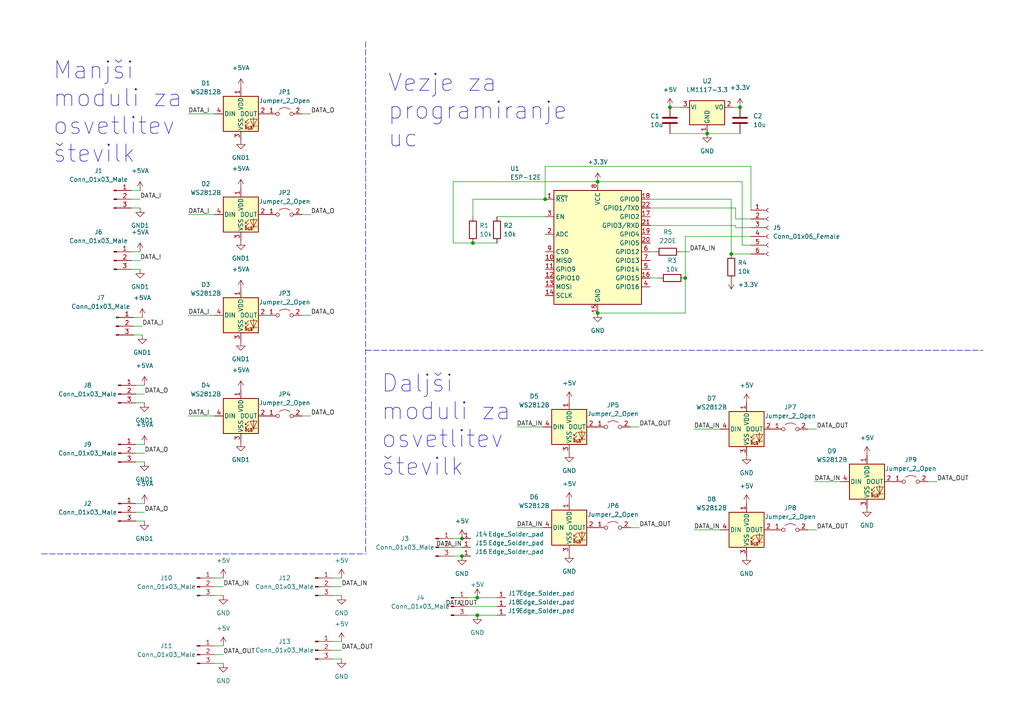
<source format=kicad_sch>
(kicad_sch (version 20211123) (generator eeschema)

  (uuid df5c90ff-c0fd-4042-b7c0-a0636369821b)

  (paper "A4")

  (lib_symbols
    (symbol "Connector:Conn_01x03_Male" (pin_names (offset 1.016) hide) (in_bom yes) (on_board yes)
      (property "Reference" "J" (id 0) (at 0 5.08 0)
        (effects (font (size 1.27 1.27)))
      )
      (property "Value" "Conn_01x03_Male" (id 1) (at 0 -5.08 0)
        (effects (font (size 1.27 1.27)))
      )
      (property "Footprint" "" (id 2) (at 0 0 0)
        (effects (font (size 1.27 1.27)) hide)
      )
      (property "Datasheet" "~" (id 3) (at 0 0 0)
        (effects (font (size 1.27 1.27)) hide)
      )
      (property "ki_keywords" "connector" (id 4) (at 0 0 0)
        (effects (font (size 1.27 1.27)) hide)
      )
      (property "ki_description" "Generic connector, single row, 01x03, script generated (kicad-library-utils/schlib/autogen/connector/)" (id 5) (at 0 0 0)
        (effects (font (size 1.27 1.27)) hide)
      )
      (property "ki_fp_filters" "Connector*:*_1x??_*" (id 6) (at 0 0 0)
        (effects (font (size 1.27 1.27)) hide)
      )
      (symbol "Conn_01x03_Male_1_1"
        (polyline
          (pts
            (xy 1.27 -2.54)
            (xy 0.8636 -2.54)
          )
          (stroke (width 0.1524) (type default) (color 0 0 0 0))
          (fill (type none))
        )
        (polyline
          (pts
            (xy 1.27 0)
            (xy 0.8636 0)
          )
          (stroke (width 0.1524) (type default) (color 0 0 0 0))
          (fill (type none))
        )
        (polyline
          (pts
            (xy 1.27 2.54)
            (xy 0.8636 2.54)
          )
          (stroke (width 0.1524) (type default) (color 0 0 0 0))
          (fill (type none))
        )
        (rectangle (start 0.8636 -2.413) (end 0 -2.667)
          (stroke (width 0.1524) (type default) (color 0 0 0 0))
          (fill (type outline))
        )
        (rectangle (start 0.8636 0.127) (end 0 -0.127)
          (stroke (width 0.1524) (type default) (color 0 0 0 0))
          (fill (type outline))
        )
        (rectangle (start 0.8636 2.667) (end 0 2.413)
          (stroke (width 0.1524) (type default) (color 0 0 0 0))
          (fill (type outline))
        )
        (pin passive line (at 5.08 2.54 180) (length 3.81)
          (name "Pin_1" (effects (font (size 1.27 1.27))))
          (number "1" (effects (font (size 1.27 1.27))))
        )
        (pin passive line (at 5.08 0 180) (length 3.81)
          (name "Pin_2" (effects (font (size 1.27 1.27))))
          (number "2" (effects (font (size 1.27 1.27))))
        )
        (pin passive line (at 5.08 -2.54 180) (length 3.81)
          (name "Pin_3" (effects (font (size 1.27 1.27))))
          (number "3" (effects (font (size 1.27 1.27))))
        )
      )
    )
    (symbol "Connector:Conn_01x06_Female" (pin_names (offset 1.016) hide) (in_bom yes) (on_board yes)
      (property "Reference" "J" (id 0) (at 0 7.62 0)
        (effects (font (size 1.27 1.27)))
      )
      (property "Value" "Conn_01x06_Female" (id 1) (at 0 -10.16 0)
        (effects (font (size 1.27 1.27)))
      )
      (property "Footprint" "" (id 2) (at 0 0 0)
        (effects (font (size 1.27 1.27)) hide)
      )
      (property "Datasheet" "~" (id 3) (at 0 0 0)
        (effects (font (size 1.27 1.27)) hide)
      )
      (property "ki_keywords" "connector" (id 4) (at 0 0 0)
        (effects (font (size 1.27 1.27)) hide)
      )
      (property "ki_description" "Generic connector, single row, 01x06, script generated (kicad-library-utils/schlib/autogen/connector/)" (id 5) (at 0 0 0)
        (effects (font (size 1.27 1.27)) hide)
      )
      (property "ki_fp_filters" "Connector*:*_1x??_*" (id 6) (at 0 0 0)
        (effects (font (size 1.27 1.27)) hide)
      )
      (symbol "Conn_01x06_Female_1_1"
        (arc (start 0 -7.112) (mid -0.508 -7.62) (end 0 -8.128)
          (stroke (width 0.1524) (type default) (color 0 0 0 0))
          (fill (type none))
        )
        (arc (start 0 -4.572) (mid -0.508 -5.08) (end 0 -5.588)
          (stroke (width 0.1524) (type default) (color 0 0 0 0))
          (fill (type none))
        )
        (arc (start 0 -2.032) (mid -0.508 -2.54) (end 0 -3.048)
          (stroke (width 0.1524) (type default) (color 0 0 0 0))
          (fill (type none))
        )
        (polyline
          (pts
            (xy -1.27 -7.62)
            (xy -0.508 -7.62)
          )
          (stroke (width 0.1524) (type default) (color 0 0 0 0))
          (fill (type none))
        )
        (polyline
          (pts
            (xy -1.27 -5.08)
            (xy -0.508 -5.08)
          )
          (stroke (width 0.1524) (type default) (color 0 0 0 0))
          (fill (type none))
        )
        (polyline
          (pts
            (xy -1.27 -2.54)
            (xy -0.508 -2.54)
          )
          (stroke (width 0.1524) (type default) (color 0 0 0 0))
          (fill (type none))
        )
        (polyline
          (pts
            (xy -1.27 0)
            (xy -0.508 0)
          )
          (stroke (width 0.1524) (type default) (color 0 0 0 0))
          (fill (type none))
        )
        (polyline
          (pts
            (xy -1.27 2.54)
            (xy -0.508 2.54)
          )
          (stroke (width 0.1524) (type default) (color 0 0 0 0))
          (fill (type none))
        )
        (polyline
          (pts
            (xy -1.27 5.08)
            (xy -0.508 5.08)
          )
          (stroke (width 0.1524) (type default) (color 0 0 0 0))
          (fill (type none))
        )
        (arc (start 0 0.508) (mid -0.508 0) (end 0 -0.508)
          (stroke (width 0.1524) (type default) (color 0 0 0 0))
          (fill (type none))
        )
        (arc (start 0 3.048) (mid -0.508 2.54) (end 0 2.032)
          (stroke (width 0.1524) (type default) (color 0 0 0 0))
          (fill (type none))
        )
        (arc (start 0 5.588) (mid -0.508 5.08) (end 0 4.572)
          (stroke (width 0.1524) (type default) (color 0 0 0 0))
          (fill (type none))
        )
        (pin passive line (at -5.08 5.08 0) (length 3.81)
          (name "Pin_1" (effects (font (size 1.27 1.27))))
          (number "1" (effects (font (size 1.27 1.27))))
        )
        (pin passive line (at -5.08 2.54 0) (length 3.81)
          (name "Pin_2" (effects (font (size 1.27 1.27))))
          (number "2" (effects (font (size 1.27 1.27))))
        )
        (pin passive line (at -5.08 0 0) (length 3.81)
          (name "Pin_3" (effects (font (size 1.27 1.27))))
          (number "3" (effects (font (size 1.27 1.27))))
        )
        (pin passive line (at -5.08 -2.54 0) (length 3.81)
          (name "Pin_4" (effects (font (size 1.27 1.27))))
          (number "4" (effects (font (size 1.27 1.27))))
        )
        (pin passive line (at -5.08 -5.08 0) (length 3.81)
          (name "Pin_5" (effects (font (size 1.27 1.27))))
          (number "5" (effects (font (size 1.27 1.27))))
        )
        (pin passive line (at -5.08 -7.62 0) (length 3.81)
          (name "Pin_6" (effects (font (size 1.27 1.27))))
          (number "6" (effects (font (size 1.27 1.27))))
        )
      )
    )
    (symbol "Device:C" (pin_numbers hide) (pin_names (offset 0.254)) (in_bom yes) (on_board yes)
      (property "Reference" "C" (id 0) (at 0.635 2.54 0)
        (effects (font (size 1.27 1.27)) (justify left))
      )
      (property "Value" "C" (id 1) (at 0.635 -2.54 0)
        (effects (font (size 1.27 1.27)) (justify left))
      )
      (property "Footprint" "" (id 2) (at 0.9652 -3.81 0)
        (effects (font (size 1.27 1.27)) hide)
      )
      (property "Datasheet" "~" (id 3) (at 0 0 0)
        (effects (font (size 1.27 1.27)) hide)
      )
      (property "ki_keywords" "cap capacitor" (id 4) (at 0 0 0)
        (effects (font (size 1.27 1.27)) hide)
      )
      (property "ki_description" "Unpolarized capacitor" (id 5) (at 0 0 0)
        (effects (font (size 1.27 1.27)) hide)
      )
      (property "ki_fp_filters" "C_*" (id 6) (at 0 0 0)
        (effects (font (size 1.27 1.27)) hide)
      )
      (symbol "C_0_1"
        (polyline
          (pts
            (xy -2.032 -0.762)
            (xy 2.032 -0.762)
          )
          (stroke (width 0.508) (type default) (color 0 0 0 0))
          (fill (type none))
        )
        (polyline
          (pts
            (xy -2.032 0.762)
            (xy 2.032 0.762)
          )
          (stroke (width 0.508) (type default) (color 0 0 0 0))
          (fill (type none))
        )
      )
      (symbol "C_1_1"
        (pin passive line (at 0 3.81 270) (length 2.794)
          (name "~" (effects (font (size 1.27 1.27))))
          (number "1" (effects (font (size 1.27 1.27))))
        )
        (pin passive line (at 0 -3.81 90) (length 2.794)
          (name "~" (effects (font (size 1.27 1.27))))
          (number "2" (effects (font (size 1.27 1.27))))
        )
      )
    )
    (symbol "Device:R" (pin_numbers hide) (pin_names (offset 0)) (in_bom yes) (on_board yes)
      (property "Reference" "R" (id 0) (at 2.032 0 90)
        (effects (font (size 1.27 1.27)))
      )
      (property "Value" "R" (id 1) (at 0 0 90)
        (effects (font (size 1.27 1.27)))
      )
      (property "Footprint" "" (id 2) (at -1.778 0 90)
        (effects (font (size 1.27 1.27)) hide)
      )
      (property "Datasheet" "~" (id 3) (at 0 0 0)
        (effects (font (size 1.27 1.27)) hide)
      )
      (property "ki_keywords" "R res resistor" (id 4) (at 0 0 0)
        (effects (font (size 1.27 1.27)) hide)
      )
      (property "ki_description" "Resistor" (id 5) (at 0 0 0)
        (effects (font (size 1.27 1.27)) hide)
      )
      (property "ki_fp_filters" "R_*" (id 6) (at 0 0 0)
        (effects (font (size 1.27 1.27)) hide)
      )
      (symbol "R_0_1"
        (rectangle (start -1.016 -2.54) (end 1.016 2.54)
          (stroke (width 0.254) (type default) (color 0 0 0 0))
          (fill (type none))
        )
      )
      (symbol "R_1_1"
        (pin passive line (at 0 3.81 270) (length 1.27)
          (name "~" (effects (font (size 1.27 1.27))))
          (number "1" (effects (font (size 1.27 1.27))))
        )
        (pin passive line (at 0 -3.81 90) (length 1.27)
          (name "~" (effects (font (size 1.27 1.27))))
          (number "2" (effects (font (size 1.27 1.27))))
        )
      )
    )
    (symbol "Jumper:Jumper_2_Open" (pin_names (offset 0) hide) (in_bom yes) (on_board yes)
      (property "Reference" "JP" (id 0) (at 0 2.794 0)
        (effects (font (size 1.27 1.27)))
      )
      (property "Value" "Jumper_2_Open" (id 1) (at 0 -2.286 0)
        (effects (font (size 1.27 1.27)))
      )
      (property "Footprint" "" (id 2) (at 0 0 0)
        (effects (font (size 1.27 1.27)) hide)
      )
      (property "Datasheet" "~" (id 3) (at 0 0 0)
        (effects (font (size 1.27 1.27)) hide)
      )
      (property "ki_keywords" "Jumper SPST" (id 4) (at 0 0 0)
        (effects (font (size 1.27 1.27)) hide)
      )
      (property "ki_description" "Jumper, 2-pole, open" (id 5) (at 0 0 0)
        (effects (font (size 1.27 1.27)) hide)
      )
      (property "ki_fp_filters" "Jumper* TestPoint*2Pads* TestPoint*Bridge*" (id 6) (at 0 0 0)
        (effects (font (size 1.27 1.27)) hide)
      )
      (symbol "Jumper_2_Open_0_0"
        (circle (center -2.032 0) (radius 0.508)
          (stroke (width 0) (type default) (color 0 0 0 0))
          (fill (type none))
        )
        (circle (center 2.032 0) (radius 0.508)
          (stroke (width 0) (type default) (color 0 0 0 0))
          (fill (type none))
        )
      )
      (symbol "Jumper_2_Open_0_1"
        (arc (start 1.524 1.27) (mid 0 1.778) (end -1.524 1.27)
          (stroke (width 0) (type default) (color 0 0 0 0))
          (fill (type none))
        )
      )
      (symbol "Jumper_2_Open_1_1"
        (pin passive line (at -5.08 0 0) (length 2.54)
          (name "A" (effects (font (size 1.27 1.27))))
          (number "1" (effects (font (size 1.27 1.27))))
        )
        (pin passive line (at 5.08 0 180) (length 2.54)
          (name "B" (effects (font (size 1.27 1.27))))
          (number "2" (effects (font (size 1.27 1.27))))
        )
      )
    )
    (symbol "LED:WS2812B" (pin_names (offset 0.254)) (in_bom yes) (on_board yes)
      (property "Reference" "D" (id 0) (at 5.08 5.715 0)
        (effects (font (size 1.27 1.27)) (justify right bottom))
      )
      (property "Value" "WS2812B" (id 1) (at 1.27 -5.715 0)
        (effects (font (size 1.27 1.27)) (justify left top))
      )
      (property "Footprint" "LED_SMD:LED_WS2812B_PLCC4_5.0x5.0mm_P3.2mm" (id 2) (at 1.27 -7.62 0)
        (effects (font (size 1.27 1.27)) (justify left top) hide)
      )
      (property "Datasheet" "https://cdn-shop.adafruit.com/datasheets/WS2812B.pdf" (id 3) (at 2.54 -9.525 0)
        (effects (font (size 1.27 1.27)) (justify left top) hide)
      )
      (property "ki_keywords" "RGB LED NeoPixel addressable" (id 4) (at 0 0 0)
        (effects (font (size 1.27 1.27)) hide)
      )
      (property "ki_description" "RGB LED with integrated controller" (id 5) (at 0 0 0)
        (effects (font (size 1.27 1.27)) hide)
      )
      (property "ki_fp_filters" "LED*WS2812*PLCC*5.0x5.0mm*P3.2mm*" (id 6) (at 0 0 0)
        (effects (font (size 1.27 1.27)) hide)
      )
      (symbol "WS2812B_0_0"
        (text "RGB" (at 2.286 -4.191 0)
          (effects (font (size 0.762 0.762)))
        )
      )
      (symbol "WS2812B_0_1"
        (polyline
          (pts
            (xy 1.27 -3.556)
            (xy 1.778 -3.556)
          )
          (stroke (width 0) (type default) (color 0 0 0 0))
          (fill (type none))
        )
        (polyline
          (pts
            (xy 1.27 -2.54)
            (xy 1.778 -2.54)
          )
          (stroke (width 0) (type default) (color 0 0 0 0))
          (fill (type none))
        )
        (polyline
          (pts
            (xy 4.699 -3.556)
            (xy 2.667 -3.556)
          )
          (stroke (width 0) (type default) (color 0 0 0 0))
          (fill (type none))
        )
        (polyline
          (pts
            (xy 2.286 -2.54)
            (xy 1.27 -3.556)
            (xy 1.27 -3.048)
          )
          (stroke (width 0) (type default) (color 0 0 0 0))
          (fill (type none))
        )
        (polyline
          (pts
            (xy 2.286 -1.524)
            (xy 1.27 -2.54)
            (xy 1.27 -2.032)
          )
          (stroke (width 0) (type default) (color 0 0 0 0))
          (fill (type none))
        )
        (polyline
          (pts
            (xy 3.683 -1.016)
            (xy 3.683 -3.556)
            (xy 3.683 -4.064)
          )
          (stroke (width 0) (type default) (color 0 0 0 0))
          (fill (type none))
        )
        (polyline
          (pts
            (xy 4.699 -1.524)
            (xy 2.667 -1.524)
            (xy 3.683 -3.556)
            (xy 4.699 -1.524)
          )
          (stroke (width 0) (type default) (color 0 0 0 0))
          (fill (type none))
        )
        (rectangle (start 5.08 5.08) (end -5.08 -5.08)
          (stroke (width 0.254) (type default) (color 0 0 0 0))
          (fill (type background))
        )
      )
      (symbol "WS2812B_1_1"
        (pin power_in line (at 0 7.62 270) (length 2.54)
          (name "VDD" (effects (font (size 1.27 1.27))))
          (number "1" (effects (font (size 1.27 1.27))))
        )
        (pin output line (at 7.62 0 180) (length 2.54)
          (name "DOUT" (effects (font (size 1.27 1.27))))
          (number "2" (effects (font (size 1.27 1.27))))
        )
        (pin power_in line (at 0 -7.62 90) (length 2.54)
          (name "VSS" (effects (font (size 1.27 1.27))))
          (number "3" (effects (font (size 1.27 1.27))))
        )
        (pin input line (at -7.62 0 0) (length 2.54)
          (name "DIN" (effects (font (size 1.27 1.27))))
          (number "4" (effects (font (size 1.27 1.27))))
        )
      )
    )
    (symbol "My Library:Edge_Solder_pad" (in_bom yes) (on_board yes)
      (property "Reference" "U" (id 0) (at 0 3.81 0)
        (effects (font (size 1.27 1.27)))
      )
      (property "Value" "Edge_Solder_pad" (id 1) (at 0 1.27 0)
        (effects (font (size 1.27 1.27)))
      )
      (property "Footprint" "My Library:Edge Solder pad" (id 2) (at 0 0 0)
        (effects (font (size 1.27 1.27)) hide)
      )
      (property "Datasheet" "" (id 3) (at 0 0 0)
        (effects (font (size 1.27 1.27)) hide)
      )
      (symbol "Edge_Solder_pad_1_1"
        (pin input line (at 1.27 -1.27 0) (length 2.54)
          (name "" (effects (font (size 1.27 1.27))))
          (number "1" (effects (font (size 1.27 1.27))))
        )
      )
    )
    (symbol "RF_Module:ESP-12E" (in_bom yes) (on_board yes)
      (property "Reference" "U" (id 0) (at -12.7 19.05 0)
        (effects (font (size 1.27 1.27)) (justify left))
      )
      (property "Value" "ESP-12E" (id 1) (at 12.7 19.05 0)
        (effects (font (size 1.27 1.27)) (justify right))
      )
      (property "Footprint" "RF_Module:ESP-12E" (id 2) (at 0 0 0)
        (effects (font (size 1.27 1.27)) hide)
      )
      (property "Datasheet" "http://wiki.ai-thinker.com/_media/esp8266/esp8266_series_modules_user_manual_v1.1.pdf" (id 3) (at -8.89 2.54 0)
        (effects (font (size 1.27 1.27)) hide)
      )
      (property "ki_keywords" "802.11 Wi-Fi" (id 4) (at 0 0 0)
        (effects (font (size 1.27 1.27)) hide)
      )
      (property "ki_description" "802.11 b/g/n Wi-Fi Module" (id 5) (at 0 0 0)
        (effects (font (size 1.27 1.27)) hide)
      )
      (property "ki_fp_filters" "ESP?12*" (id 6) (at 0 0 0)
        (effects (font (size 1.27 1.27)) hide)
      )
      (symbol "ESP-12E_0_1"
        (rectangle (start -12.7 17.78) (end 12.7 -15.24)
          (stroke (width 0.254) (type default) (color 0 0 0 0))
          (fill (type background))
        )
      )
      (symbol "ESP-12E_1_1"
        (pin input line (at -15.24 15.24 0) (length 2.54)
          (name "~{RST}" (effects (font (size 1.27 1.27))))
          (number "1" (effects (font (size 1.27 1.27))))
        )
        (pin bidirectional line (at -15.24 -2.54 0) (length 2.54)
          (name "MISO" (effects (font (size 1.27 1.27))))
          (number "10" (effects (font (size 1.27 1.27))))
        )
        (pin bidirectional line (at -15.24 -5.08 0) (length 2.54)
          (name "GPIO9" (effects (font (size 1.27 1.27))))
          (number "11" (effects (font (size 1.27 1.27))))
        )
        (pin bidirectional line (at -15.24 -7.62 0) (length 2.54)
          (name "GPIO10" (effects (font (size 1.27 1.27))))
          (number "12" (effects (font (size 1.27 1.27))))
        )
        (pin bidirectional line (at -15.24 -10.16 0) (length 2.54)
          (name "MOSI" (effects (font (size 1.27 1.27))))
          (number "13" (effects (font (size 1.27 1.27))))
        )
        (pin bidirectional line (at -15.24 -12.7 0) (length 2.54)
          (name "SCLK" (effects (font (size 1.27 1.27))))
          (number "14" (effects (font (size 1.27 1.27))))
        )
        (pin power_in line (at 0 -17.78 90) (length 2.54)
          (name "GND" (effects (font (size 1.27 1.27))))
          (number "15" (effects (font (size 1.27 1.27))))
        )
        (pin bidirectional line (at 15.24 -7.62 180) (length 2.54)
          (name "GPIO15" (effects (font (size 1.27 1.27))))
          (number "16" (effects (font (size 1.27 1.27))))
        )
        (pin bidirectional line (at 15.24 10.16 180) (length 2.54)
          (name "GPIO2" (effects (font (size 1.27 1.27))))
          (number "17" (effects (font (size 1.27 1.27))))
        )
        (pin bidirectional line (at 15.24 15.24 180) (length 2.54)
          (name "GPIO0" (effects (font (size 1.27 1.27))))
          (number "18" (effects (font (size 1.27 1.27))))
        )
        (pin bidirectional line (at 15.24 5.08 180) (length 2.54)
          (name "GPIO4" (effects (font (size 1.27 1.27))))
          (number "19" (effects (font (size 1.27 1.27))))
        )
        (pin input line (at -15.24 5.08 0) (length 2.54)
          (name "ADC" (effects (font (size 1.27 1.27))))
          (number "2" (effects (font (size 1.27 1.27))))
        )
        (pin bidirectional line (at 15.24 2.54 180) (length 2.54)
          (name "GPIO5" (effects (font (size 1.27 1.27))))
          (number "20" (effects (font (size 1.27 1.27))))
        )
        (pin bidirectional line (at 15.24 7.62 180) (length 2.54)
          (name "GPIO3/RXD" (effects (font (size 1.27 1.27))))
          (number "21" (effects (font (size 1.27 1.27))))
        )
        (pin bidirectional line (at 15.24 12.7 180) (length 2.54)
          (name "GPIO1/TXD" (effects (font (size 1.27 1.27))))
          (number "22" (effects (font (size 1.27 1.27))))
        )
        (pin input line (at -15.24 10.16 0) (length 2.54)
          (name "EN" (effects (font (size 1.27 1.27))))
          (number "3" (effects (font (size 1.27 1.27))))
        )
        (pin bidirectional line (at 15.24 -10.16 180) (length 2.54)
          (name "GPIO16" (effects (font (size 1.27 1.27))))
          (number "4" (effects (font (size 1.27 1.27))))
        )
        (pin bidirectional line (at 15.24 -5.08 180) (length 2.54)
          (name "GPIO14" (effects (font (size 1.27 1.27))))
          (number "5" (effects (font (size 1.27 1.27))))
        )
        (pin bidirectional line (at 15.24 0 180) (length 2.54)
          (name "GPIO12" (effects (font (size 1.27 1.27))))
          (number "6" (effects (font (size 1.27 1.27))))
        )
        (pin bidirectional line (at 15.24 -2.54 180) (length 2.54)
          (name "GPIO13" (effects (font (size 1.27 1.27))))
          (number "7" (effects (font (size 1.27 1.27))))
        )
        (pin power_in line (at 0 20.32 270) (length 2.54)
          (name "VCC" (effects (font (size 1.27 1.27))))
          (number "8" (effects (font (size 1.27 1.27))))
        )
        (pin input line (at -15.24 0 0) (length 2.54)
          (name "CS0" (effects (font (size 1.27 1.27))))
          (number "9" (effects (font (size 1.27 1.27))))
        )
      )
    )
    (symbol "Regulator_Linear:LM1117-3.3" (pin_names (offset 0.254)) (in_bom yes) (on_board yes)
      (property "Reference" "U" (id 0) (at -3.81 3.175 0)
        (effects (font (size 1.27 1.27)))
      )
      (property "Value" "LM1117-3.3" (id 1) (at 0 3.175 0)
        (effects (font (size 1.27 1.27)) (justify left))
      )
      (property "Footprint" "" (id 2) (at 0 0 0)
        (effects (font (size 1.27 1.27)) hide)
      )
      (property "Datasheet" "http://www.ti.com/lit/ds/symlink/lm1117.pdf" (id 3) (at 0 0 0)
        (effects (font (size 1.27 1.27)) hide)
      )
      (property "ki_keywords" "linear regulator ldo fixed positive" (id 4) (at 0 0 0)
        (effects (font (size 1.27 1.27)) hide)
      )
      (property "ki_description" "800mA Low-Dropout Linear Regulator, 3.3V fixed output, TO-220/TO-252/TO-263/SOT-223" (id 5) (at 0 0 0)
        (effects (font (size 1.27 1.27)) hide)
      )
      (property "ki_fp_filters" "SOT?223* TO?263* TO?252* TO?220*" (id 6) (at 0 0 0)
        (effects (font (size 1.27 1.27)) hide)
      )
      (symbol "LM1117-3.3_0_1"
        (rectangle (start -5.08 -5.08) (end 5.08 1.905)
          (stroke (width 0.254) (type default) (color 0 0 0 0))
          (fill (type background))
        )
      )
      (symbol "LM1117-3.3_1_1"
        (pin power_in line (at 0 -7.62 90) (length 2.54)
          (name "GND" (effects (font (size 1.27 1.27))))
          (number "1" (effects (font (size 1.27 1.27))))
        )
        (pin power_out line (at 7.62 0 180) (length 2.54)
          (name "VO" (effects (font (size 1.27 1.27))))
          (number "2" (effects (font (size 1.27 1.27))))
        )
        (pin power_in line (at -7.62 0 0) (length 2.54)
          (name "VI" (effects (font (size 1.27 1.27))))
          (number "3" (effects (font (size 1.27 1.27))))
        )
      )
    )
    (symbol "power:+3.3V" (power) (pin_names (offset 0)) (in_bom yes) (on_board yes)
      (property "Reference" "#PWR" (id 0) (at 0 -3.81 0)
        (effects (font (size 1.27 1.27)) hide)
      )
      (property "Value" "+3.3V" (id 1) (at 0 3.556 0)
        (effects (font (size 1.27 1.27)))
      )
      (property "Footprint" "" (id 2) (at 0 0 0)
        (effects (font (size 1.27 1.27)) hide)
      )
      (property "Datasheet" "" (id 3) (at 0 0 0)
        (effects (font (size 1.27 1.27)) hide)
      )
      (property "ki_keywords" "power-flag" (id 4) (at 0 0 0)
        (effects (font (size 1.27 1.27)) hide)
      )
      (property "ki_description" "Power symbol creates a global label with name \"+3.3V\"" (id 5) (at 0 0 0)
        (effects (font (size 1.27 1.27)) hide)
      )
      (symbol "+3.3V_0_1"
        (polyline
          (pts
            (xy -0.762 1.27)
            (xy 0 2.54)
          )
          (stroke (width 0) (type default) (color 0 0 0 0))
          (fill (type none))
        )
        (polyline
          (pts
            (xy 0 0)
            (xy 0 2.54)
          )
          (stroke (width 0) (type default) (color 0 0 0 0))
          (fill (type none))
        )
        (polyline
          (pts
            (xy 0 2.54)
            (xy 0.762 1.27)
          )
          (stroke (width 0) (type default) (color 0 0 0 0))
          (fill (type none))
        )
      )
      (symbol "+3.3V_1_1"
        (pin power_in line (at 0 0 90) (length 0) hide
          (name "+3.3V" (effects (font (size 1.27 1.27))))
          (number "1" (effects (font (size 1.27 1.27))))
        )
      )
    )
    (symbol "power:+5V" (power) (pin_names (offset 0)) (in_bom yes) (on_board yes)
      (property "Reference" "#PWR" (id 0) (at 0 -3.81 0)
        (effects (font (size 1.27 1.27)) hide)
      )
      (property "Value" "+5V" (id 1) (at 0 3.556 0)
        (effects (font (size 1.27 1.27)))
      )
      (property "Footprint" "" (id 2) (at 0 0 0)
        (effects (font (size 1.27 1.27)) hide)
      )
      (property "Datasheet" "" (id 3) (at 0 0 0)
        (effects (font (size 1.27 1.27)) hide)
      )
      (property "ki_keywords" "power-flag" (id 4) (at 0 0 0)
        (effects (font (size 1.27 1.27)) hide)
      )
      (property "ki_description" "Power symbol creates a global label with name \"+5V\"" (id 5) (at 0 0 0)
        (effects (font (size 1.27 1.27)) hide)
      )
      (symbol "+5V_0_1"
        (polyline
          (pts
            (xy -0.762 1.27)
            (xy 0 2.54)
          )
          (stroke (width 0) (type default) (color 0 0 0 0))
          (fill (type none))
        )
        (polyline
          (pts
            (xy 0 0)
            (xy 0 2.54)
          )
          (stroke (width 0) (type default) (color 0 0 0 0))
          (fill (type none))
        )
        (polyline
          (pts
            (xy 0 2.54)
            (xy 0.762 1.27)
          )
          (stroke (width 0) (type default) (color 0 0 0 0))
          (fill (type none))
        )
      )
      (symbol "+5V_1_1"
        (pin power_in line (at 0 0 90) (length 0) hide
          (name "+5V" (effects (font (size 1.27 1.27))))
          (number "1" (effects (font (size 1.27 1.27))))
        )
      )
    )
    (symbol "power:+5VA" (power) (pin_names (offset 0)) (in_bom yes) (on_board yes)
      (property "Reference" "#PWR" (id 0) (at 0 -3.81 0)
        (effects (font (size 1.27 1.27)) hide)
      )
      (property "Value" "+5VA" (id 1) (at 0 3.556 0)
        (effects (font (size 1.27 1.27)))
      )
      (property "Footprint" "" (id 2) (at 0 0 0)
        (effects (font (size 1.27 1.27)) hide)
      )
      (property "Datasheet" "" (id 3) (at 0 0 0)
        (effects (font (size 1.27 1.27)) hide)
      )
      (property "ki_keywords" "power-flag" (id 4) (at 0 0 0)
        (effects (font (size 1.27 1.27)) hide)
      )
      (property "ki_description" "Power symbol creates a global label with name \"+5VA\"" (id 5) (at 0 0 0)
        (effects (font (size 1.27 1.27)) hide)
      )
      (symbol "+5VA_0_1"
        (polyline
          (pts
            (xy -0.762 1.27)
            (xy 0 2.54)
          )
          (stroke (width 0) (type default) (color 0 0 0 0))
          (fill (type none))
        )
        (polyline
          (pts
            (xy 0 0)
            (xy 0 2.54)
          )
          (stroke (width 0) (type default) (color 0 0 0 0))
          (fill (type none))
        )
        (polyline
          (pts
            (xy 0 2.54)
            (xy 0.762 1.27)
          )
          (stroke (width 0) (type default) (color 0 0 0 0))
          (fill (type none))
        )
      )
      (symbol "+5VA_1_1"
        (pin power_in line (at 0 0 90) (length 0) hide
          (name "+5VA" (effects (font (size 1.27 1.27))))
          (number "1" (effects (font (size 1.27 1.27))))
        )
      )
    )
    (symbol "power:GND" (power) (pin_names (offset 0)) (in_bom yes) (on_board yes)
      (property "Reference" "#PWR" (id 0) (at 0 -6.35 0)
        (effects (font (size 1.27 1.27)) hide)
      )
      (property "Value" "GND" (id 1) (at 0 -3.81 0)
        (effects (font (size 1.27 1.27)))
      )
      (property "Footprint" "" (id 2) (at 0 0 0)
        (effects (font (size 1.27 1.27)) hide)
      )
      (property "Datasheet" "" (id 3) (at 0 0 0)
        (effects (font (size 1.27 1.27)) hide)
      )
      (property "ki_keywords" "power-flag" (id 4) (at 0 0 0)
        (effects (font (size 1.27 1.27)) hide)
      )
      (property "ki_description" "Power symbol creates a global label with name \"GND\" , ground" (id 5) (at 0 0 0)
        (effects (font (size 1.27 1.27)) hide)
      )
      (symbol "GND_0_1"
        (polyline
          (pts
            (xy 0 0)
            (xy 0 -1.27)
            (xy 1.27 -1.27)
            (xy 0 -2.54)
            (xy -1.27 -1.27)
            (xy 0 -1.27)
          )
          (stroke (width 0) (type default) (color 0 0 0 0))
          (fill (type none))
        )
      )
      (symbol "GND_1_1"
        (pin power_in line (at 0 0 270) (length 0) hide
          (name "GND" (effects (font (size 1.27 1.27))))
          (number "1" (effects (font (size 1.27 1.27))))
        )
      )
    )
    (symbol "power:GND1" (power) (pin_names (offset 0)) (in_bom yes) (on_board yes)
      (property "Reference" "#PWR" (id 0) (at 0 -6.35 0)
        (effects (font (size 1.27 1.27)) hide)
      )
      (property "Value" "GND1" (id 1) (at 0 -3.81 0)
        (effects (font (size 1.27 1.27)))
      )
      (property "Footprint" "" (id 2) (at 0 0 0)
        (effects (font (size 1.27 1.27)) hide)
      )
      (property "Datasheet" "" (id 3) (at 0 0 0)
        (effects (font (size 1.27 1.27)) hide)
      )
      (property "ki_keywords" "power-flag" (id 4) (at 0 0 0)
        (effects (font (size 1.27 1.27)) hide)
      )
      (property "ki_description" "Power symbol creates a global label with name \"GND1\" , ground" (id 5) (at 0 0 0)
        (effects (font (size 1.27 1.27)) hide)
      )
      (symbol "GND1_0_1"
        (polyline
          (pts
            (xy 0 0)
            (xy 0 -1.27)
            (xy 1.27 -1.27)
            (xy 0 -2.54)
            (xy -1.27 -1.27)
            (xy 0 -1.27)
          )
          (stroke (width 0) (type default) (color 0 0 0 0))
          (fill (type none))
        )
      )
      (symbol "GND1_1_1"
        (pin power_in line (at 0 0 270) (length 0) hide
          (name "GND1" (effects (font (size 1.27 1.27))))
          (number "1" (effects (font (size 1.27 1.27))))
        )
      )
    )
  )

  (junction (at 133.985 156.21) (diameter 0) (color 0 0 0 0)
    (uuid 4d5316f5-38ad-4238-88e1-595a5eee9742)
  )
  (junction (at 133.985 161.29) (diameter 0) (color 0 0 0 0)
    (uuid 4e43b142-7755-4392-aa5e-601c0dceb47e)
  )
  (junction (at 194.31 31.115) (diameter 0) (color 0 0 0 0)
    (uuid 5533e888-c9b5-4b54-96f9-bbc274387c70)
  )
  (junction (at 138.43 173.355) (diameter 0) (color 0 0 0 0)
    (uuid 5574b480-38e5-4707-9f95-af856266c99b)
  )
  (junction (at 214.63 31.115) (diameter 0) (color 0 0 0 0)
    (uuid 7a253e71-96da-41b2-8490-ea411561d6e5)
  )
  (junction (at 137.16 70.485) (diameter 0) (color 0 0 0 0)
    (uuid 992cfd9c-d88c-4846-b82b-75cd0fb1ca53)
  )
  (junction (at 205.105 38.735) (diameter 0) (color 0 0 0 0)
    (uuid a3c54593-e7f5-4945-ae6c-926ad02a48ef)
  )
  (junction (at 173.355 52.705) (diameter 0) (color 0 0 0 0)
    (uuid a838669f-4760-46c5-8bbe-766634ee801f)
  )
  (junction (at 173.355 90.805) (diameter 0) (color 0 0 0 0)
    (uuid b058976b-8248-478d-aeb6-4b1cb20f9807)
  )
  (junction (at 158.115 57.785) (diameter 0) (color 0 0 0 0)
    (uuid b12177da-b2a2-4187-a6e9-86a135d06d13)
  )
  (junction (at 198.755 80.645) (diameter 0) (color 0 0 0 0)
    (uuid c7f82d39-5c47-454e-a967-8c3a59798be0)
  )
  (junction (at 212.09 73.66) (diameter 0) (color 0 0 0 0)
    (uuid d21b006f-44e6-4889-892f-709ec37ea97c)
  )
  (junction (at 138.43 178.435) (diameter 0) (color 0 0 0 0)
    (uuid ee157612-f77b-4ec4-8896-76cbc15e9cc4)
  )

  (wire (pts (xy 39.37 114.3) (xy 41.91 114.3))
    (stroke (width 0) (type default) (color 0 0 0 0))
    (uuid 015105ec-6fe7-4005-bb54-57cd67097fb8)
  )
  (wire (pts (xy 96.52 170.18) (xy 99.06 170.18))
    (stroke (width 0) (type default) (color 0 0 0 0))
    (uuid 01566e7c-2b1f-42a4-8b5d-8f8dd2e5177e)
  )
  (wire (pts (xy 158.115 57.785) (xy 158.115 48.26))
    (stroke (width 0) (type default) (color 0 0 0 0))
    (uuid 07712212-8b1a-481f-81b2-38774ec7b62b)
  )
  (wire (pts (xy 38.1 73.025) (xy 40.64 73.025))
    (stroke (width 0) (type default) (color 0 0 0 0))
    (uuid 083e8258-1c61-41fb-b702-8d9d7082e2e8)
  )
  (wire (pts (xy 188.595 73.025) (xy 189.865 73.025))
    (stroke (width 0) (type default) (color 0 0 0 0))
    (uuid 0d84ee16-b78f-4e31-885f-53c30e541f51)
  )
  (wire (pts (xy 131.445 161.29) (xy 133.985 161.29))
    (stroke (width 0) (type default) (color 0 0 0 0))
    (uuid 0e36938d-f8f2-4e48-b8b5-d871a6533909)
  )
  (wire (pts (xy 144.145 62.865) (xy 158.115 62.865))
    (stroke (width 0) (type default) (color 0 0 0 0))
    (uuid 103aee02-f25b-45bb-b2c5-7a2bf0507627)
  )
  (wire (pts (xy 39.37 128.905) (xy 41.91 128.905))
    (stroke (width 0) (type default) (color 0 0 0 0))
    (uuid 10c06f84-3b75-4699-a2fa-c550c53dc4d7)
  )
  (wire (pts (xy 135.89 178.435) (xy 138.43 178.435))
    (stroke (width 0) (type default) (color 0 0 0 0))
    (uuid 1459cdfb-511d-4e20-8577-4af0e05e00e5)
  )
  (wire (pts (xy 39.37 111.76) (xy 41.91 111.76))
    (stroke (width 0) (type default) (color 0 0 0 0))
    (uuid 16701c1c-970e-4a50-a595-c86f488cd561)
  )
  (wire (pts (xy 213.36 60.325) (xy 188.595 60.325))
    (stroke (width 0) (type default) (color 0 0 0 0))
    (uuid 1b6a2f9a-914c-4809-82e4-395f04911539)
  )
  (wire (pts (xy 213.36 63.5) (xy 213.36 60.325))
    (stroke (width 0) (type default) (color 0 0 0 0))
    (uuid 1e2d8254-640c-41eb-8a4b-55b71279cbd6)
  )
  (wire (pts (xy 173.355 90.805) (xy 198.755 90.805))
    (stroke (width 0) (type default) (color 0 0 0 0))
    (uuid 1e615b4a-39f8-4fcb-9fa9-294c011e9ebf)
  )
  (wire (pts (xy 149.86 153.035) (xy 157.48 153.035))
    (stroke (width 0) (type default) (color 0 0 0 0))
    (uuid 20b5a03b-24c0-4fe1-b537-a2b4936947ef)
  )
  (wire (pts (xy 217.805 63.5) (xy 213.36 63.5))
    (stroke (width 0) (type default) (color 0 0 0 0))
    (uuid 2a2a2383-4361-47a4-98e0-caf959f48a47)
  )
  (wire (pts (xy 194.31 38.735) (xy 205.105 38.735))
    (stroke (width 0) (type default) (color 0 0 0 0))
    (uuid 2c93bb82-20bc-49a7-9b5b-cec46ac5ffbc)
  )
  (wire (pts (xy 236.22 139.7) (xy 243.84 139.7))
    (stroke (width 0) (type default) (color 0 0 0 0))
    (uuid 30da466c-f8bc-4075-8727-e996b78d6f6b)
  )
  (wire (pts (xy 38.1 75.565) (xy 40.64 75.565))
    (stroke (width 0) (type default) (color 0 0 0 0))
    (uuid 31beb232-f91d-4d91-acda-bcb431cc321d)
  )
  (wire (pts (xy 87.63 33.02) (xy 90.17 33.02))
    (stroke (width 0) (type default) (color 0 0 0 0))
    (uuid 327c4ee6-abd6-418e-b4f2-217da3584bc8)
  )
  (wire (pts (xy 144.145 70.485) (xy 137.16 70.485))
    (stroke (width 0) (type default) (color 0 0 0 0))
    (uuid 340f5c26-ece3-43e2-88d8-e2052ed6bdba)
  )
  (wire (pts (xy 62.23 192.405) (xy 64.77 192.405))
    (stroke (width 0) (type default) (color 0 0 0 0))
    (uuid 35267dbe-d832-4761-950a-80ec2739abe4)
  )
  (wire (pts (xy 234.315 153.67) (xy 236.855 153.67))
    (stroke (width 0) (type default) (color 0 0 0 0))
    (uuid 38ca9dd3-06c8-4b13-9c81-436924f9b249)
  )
  (wire (pts (xy 54.61 33.02) (xy 62.23 33.02))
    (stroke (width 0) (type default) (color 0 0 0 0))
    (uuid 38d3810f-327a-4c21-b272-11d4810bdd8a)
  )
  (wire (pts (xy 213.36 66.04) (xy 217.805 66.04))
    (stroke (width 0) (type default) (color 0 0 0 0))
    (uuid 3c65a57f-b2bb-41c2-add9-04d6ac0e0eb0)
  )
  (wire (pts (xy 131.445 52.705) (xy 173.355 52.705))
    (stroke (width 0) (type default) (color 0 0 0 0))
    (uuid 4025764c-2a00-4e28-aca2-a5ad802f4290)
  )
  (wire (pts (xy 96.52 167.64) (xy 99.06 167.64))
    (stroke (width 0) (type default) (color 0 0 0 0))
    (uuid 4517d7de-d66c-484c-8341-775d71439d82)
  )
  (wire (pts (xy 217.805 68.58) (xy 198.755 68.58))
    (stroke (width 0) (type default) (color 0 0 0 0))
    (uuid 4a2010ba-4561-4832-be1b-08b39d68c21b)
  )
  (wire (pts (xy 38.1 55.245) (xy 40.64 55.245))
    (stroke (width 0) (type default) (color 0 0 0 0))
    (uuid 4bda29e3-076d-4ecb-951d-11f46601cf1b)
  )
  (wire (pts (xy 96.52 186.055) (xy 99.06 186.055))
    (stroke (width 0) (type default) (color 0 0 0 0))
    (uuid 4da3cd66-6995-4be8-a8fa-e108bce60124)
  )
  (wire (pts (xy 39.37 146.05) (xy 41.91 146.05))
    (stroke (width 0) (type default) (color 0 0 0 0))
    (uuid 518595bd-e438-4d63-bdaa-04e034880d7d)
  )
  (wire (pts (xy 198.755 90.805) (xy 198.755 80.645))
    (stroke (width 0) (type default) (color 0 0 0 0))
    (uuid 550e6c70-574f-4b4c-9233-bcf485cbb4b0)
  )
  (wire (pts (xy 158.115 48.26) (xy 217.805 48.26))
    (stroke (width 0) (type default) (color 0 0 0 0))
    (uuid 57630b91-d81e-4bfe-bbc5-17b4b4d64fb7)
  )
  (wire (pts (xy 182.88 123.825) (xy 185.42 123.825))
    (stroke (width 0) (type default) (color 0 0 0 0))
    (uuid 57a19dc0-1003-4e0e-b143-74c267a57f56)
  )
  (polyline (pts (xy 106.045 12.065) (xy 106.045 160.655))
    (stroke (width 0) (type default) (color 0 0 0 0))
    (uuid 64a63a2a-e80a-429e-b76b-b29393a2b32c)
  )
  (polyline (pts (xy 106.045 101.6) (xy 285.115 101.6))
    (stroke (width 0) (type default) (color 0 0 0 0))
    (uuid 68dae547-dd88-4f99-bf31-2c9667b03936)
  )

  (wire (pts (xy 38.735 92.075) (xy 41.275 92.075))
    (stroke (width 0) (type default) (color 0 0 0 0))
    (uuid 694523ce-b0a4-4cea-9e2a-29f47e3538b2)
  )
  (wire (pts (xy 149.86 123.825) (xy 157.48 123.825))
    (stroke (width 0) (type default) (color 0 0 0 0))
    (uuid 6a582bd6-e289-42a3-b808-a1d4f542c9f0)
  )
  (wire (pts (xy 198.755 68.58) (xy 198.755 80.645))
    (stroke (width 0) (type default) (color 0 0 0 0))
    (uuid 6d532b62-8acb-4fc1-b21a-62250c34d464)
  )
  (wire (pts (xy 96.52 172.72) (xy 99.06 172.72))
    (stroke (width 0) (type default) (color 0 0 0 0))
    (uuid 73394574-4d60-4164-a73a-c639313f27cf)
  )
  (wire (pts (xy 269.24 139.7) (xy 271.78 139.7))
    (stroke (width 0) (type default) (color 0 0 0 0))
    (uuid 7cb62e13-ad0f-411c-93e2-f21715e1b39b)
  )
  (wire (pts (xy 212.09 57.785) (xy 212.09 73.66))
    (stroke (width 0) (type default) (color 0 0 0 0))
    (uuid 7d315de8-05e0-489e-89ad-857caf2f49b6)
  )
  (wire (pts (xy 38.1 60.325) (xy 40.64 60.325))
    (stroke (width 0) (type default) (color 0 0 0 0))
    (uuid 7f4fc3b0-e952-4fb3-bdcd-209dcaad3adc)
  )
  (wire (pts (xy 138.43 173.355) (xy 144.145 173.355))
    (stroke (width 0) (type default) (color 0 0 0 0))
    (uuid 80f25026-fe07-4463-83dd-e271f798d481)
  )
  (wire (pts (xy 38.1 57.785) (xy 40.64 57.785))
    (stroke (width 0) (type default) (color 0 0 0 0))
    (uuid 810be5e0-4760-4f2c-9338-11335098c93c)
  )
  (wire (pts (xy 182.88 153.035) (xy 185.42 153.035))
    (stroke (width 0) (type default) (color 0 0 0 0))
    (uuid 823daeb8-9a0d-40a6-81ae-a33fb77f1324)
  )
  (wire (pts (xy 201.295 153.67) (xy 208.915 153.67))
    (stroke (width 0) (type default) (color 0 0 0 0))
    (uuid 84263fa8-49e3-4411-9bf2-f4db06c44681)
  )
  (wire (pts (xy 39.37 148.59) (xy 41.91 148.59))
    (stroke (width 0) (type default) (color 0 0 0 0))
    (uuid 8d2fc15c-a768-4d87-b43c-953fd700b6d6)
  )
  (wire (pts (xy 188.595 57.785) (xy 212.09 57.785))
    (stroke (width 0) (type default) (color 0 0 0 0))
    (uuid 90938438-e4bb-4787-bb06-b69c620553ca)
  )
  (wire (pts (xy 87.63 91.44) (xy 90.17 91.44))
    (stroke (width 0) (type default) (color 0 0 0 0))
    (uuid 93a04667-15df-4c40-90d1-f8fcd78ebdc3)
  )
  (wire (pts (xy 137.16 62.865) (xy 137.16 57.785))
    (stroke (width 0) (type default) (color 0 0 0 0))
    (uuid 9559afb3-a293-454e-a622-92957a1f3e07)
  )
  (wire (pts (xy 131.445 70.485) (xy 131.445 52.705))
    (stroke (width 0) (type default) (color 0 0 0 0))
    (uuid 9774f307-02be-4dc7-82f0-573fc18674f5)
  )
  (wire (pts (xy 54.61 62.23) (xy 62.23 62.23))
    (stroke (width 0) (type default) (color 0 0 0 0))
    (uuid 984a0a8b-bcad-4135-99b1-22b582b7cbb5)
  )
  (wire (pts (xy 138.43 178.435) (xy 144.145 178.435))
    (stroke (width 0) (type default) (color 0 0 0 0))
    (uuid 9bca499a-2863-4304-9b36-018d4aa8eb1f)
  )
  (wire (pts (xy 197.485 73.025) (xy 200.025 73.025))
    (stroke (width 0) (type default) (color 0 0 0 0))
    (uuid 9ddcb788-3312-429a-bba1-85f449cdaf91)
  )
  (wire (pts (xy 131.445 158.75) (xy 133.985 158.75))
    (stroke (width 0) (type default) (color 0 0 0 0))
    (uuid a6310be3-ddaa-4c3c-957b-206b731bf2f4)
  )
  (wire (pts (xy 62.23 167.64) (xy 64.77 167.64))
    (stroke (width 0) (type default) (color 0 0 0 0))
    (uuid a719681c-95d6-46a8-b24d-e18ca92b8758)
  )
  (polyline (pts (xy 12.065 160.655) (xy 106.045 160.655))
    (stroke (width 0) (type default) (color 0 0 0 0))
    (uuid af8ddacc-7be7-4f04-bb8e-07c9d86fd696)
  )

  (wire (pts (xy 96.52 188.595) (xy 99.06 188.595))
    (stroke (width 0) (type default) (color 0 0 0 0))
    (uuid b19b8e52-a843-462d-8c9a-391cb26c25b1)
  )
  (wire (pts (xy 201.295 124.46) (xy 208.915 124.46))
    (stroke (width 0) (type default) (color 0 0 0 0))
    (uuid b31a4000-5640-402c-bc86-105f62cda576)
  )
  (wire (pts (xy 215.265 71.12) (xy 217.805 71.12))
    (stroke (width 0) (type default) (color 0 0 0 0))
    (uuid b46d1610-707c-4360-a80a-89e9e7abe5df)
  )
  (wire (pts (xy 212.725 31.115) (xy 214.63 31.115))
    (stroke (width 0) (type default) (color 0 0 0 0))
    (uuid b51fa316-2768-48a0-b9c9-5e69cbfec8d0)
  )
  (wire (pts (xy 131.445 156.21) (xy 133.985 156.21))
    (stroke (width 0) (type default) (color 0 0 0 0))
    (uuid b590bc7a-b0a7-4dd2-ab50-6eeab72f1ee7)
  )
  (wire (pts (xy 54.61 91.44) (xy 62.23 91.44))
    (stroke (width 0) (type default) (color 0 0 0 0))
    (uuid ba05c28d-0ba5-461d-ae53-9a851a510c0c)
  )
  (wire (pts (xy 96.52 191.135) (xy 99.06 191.135))
    (stroke (width 0) (type default) (color 0 0 0 0))
    (uuid bb1a137e-bd37-4511-af7a-6c3e69c27afd)
  )
  (wire (pts (xy 135.89 175.895) (xy 144.145 175.895))
    (stroke (width 0) (type default) (color 0 0 0 0))
    (uuid bbc06d03-ca51-465d-8c8c-b06f0f8c3fff)
  )
  (wire (pts (xy 39.37 116.84) (xy 41.91 116.84))
    (stroke (width 0) (type default) (color 0 0 0 0))
    (uuid bbff8130-55a1-4053-8a6b-8ef904e09306)
  )
  (wire (pts (xy 135.89 173.355) (xy 138.43 173.355))
    (stroke (width 0) (type default) (color 0 0 0 0))
    (uuid bf00cdfb-2d1d-4719-b5fe-e3ecbb775121)
  )
  (wire (pts (xy 188.595 65.405) (xy 213.36 65.405))
    (stroke (width 0) (type default) (color 0 0 0 0))
    (uuid c39ea249-1816-4698-a99a-72082f5a85b1)
  )
  (wire (pts (xy 62.23 172.72) (xy 64.77 172.72))
    (stroke (width 0) (type default) (color 0 0 0 0))
    (uuid c3b312f3-3782-47d4-bd42-e35f020c995b)
  )
  (wire (pts (xy 137.16 57.785) (xy 158.115 57.785))
    (stroke (width 0) (type default) (color 0 0 0 0))
    (uuid c7b9be2b-ef3f-4cd7-81df-92656176d0ad)
  )
  (wire (pts (xy 217.805 48.26) (xy 217.805 60.96))
    (stroke (width 0) (type default) (color 0 0 0 0))
    (uuid c837701f-d307-4f89-aaa3-d42d9c6c84d0)
  )
  (wire (pts (xy 38.1 78.105) (xy 40.64 78.105))
    (stroke (width 0) (type default) (color 0 0 0 0))
    (uuid ca3166e6-bb60-4fad-b5a5-fbe8ab44440e)
  )
  (wire (pts (xy 62.23 170.18) (xy 64.77 170.18))
    (stroke (width 0) (type default) (color 0 0 0 0))
    (uuid cabf6e66-19c2-4f9b-998e-376652ea1957)
  )
  (wire (pts (xy 215.265 52.705) (xy 215.265 71.12))
    (stroke (width 0) (type default) (color 0 0 0 0))
    (uuid cc0c2e26-55ae-4d94-937a-aecc8ef9b837)
  )
  (wire (pts (xy 38.735 94.615) (xy 41.275 94.615))
    (stroke (width 0) (type default) (color 0 0 0 0))
    (uuid cf8dc456-00e8-42b2-967c-50edf52a31c6)
  )
  (wire (pts (xy 213.36 65.405) (xy 213.36 66.04))
    (stroke (width 0) (type default) (color 0 0 0 0))
    (uuid d09e18ee-ef03-4729-97e1-805194da3080)
  )
  (wire (pts (xy 194.31 31.115) (xy 197.485 31.115))
    (stroke (width 0) (type default) (color 0 0 0 0))
    (uuid d3f83642-173e-415e-bd29-d9cc7e25a96d)
  )
  (wire (pts (xy 54.61 120.65) (xy 62.23 120.65))
    (stroke (width 0) (type default) (color 0 0 0 0))
    (uuid d4710b63-c0f0-4157-b404-eb4b8b7a8c22)
  )
  (wire (pts (xy 87.63 62.23) (xy 90.17 62.23))
    (stroke (width 0) (type default) (color 0 0 0 0))
    (uuid d4e112cf-7852-4236-a9cb-4ce7069d789f)
  )
  (wire (pts (xy 39.37 133.985) (xy 41.91 133.985))
    (stroke (width 0) (type default) (color 0 0 0 0))
    (uuid d5ab186e-e19e-47f8-bbfc-09e4a5dbaea0)
  )
  (wire (pts (xy 39.37 151.13) (xy 41.91 151.13))
    (stroke (width 0) (type default) (color 0 0 0 0))
    (uuid d8da2413-6119-4f24-91ef-3aa23deab94f)
  )
  (wire (pts (xy 205.105 38.735) (xy 214.63 38.735))
    (stroke (width 0) (type default) (color 0 0 0 0))
    (uuid e29e3920-fc0e-4697-9790-4afae5f68756)
  )
  (wire (pts (xy 87.63 120.65) (xy 90.17 120.65))
    (stroke (width 0) (type default) (color 0 0 0 0))
    (uuid e349c2bb-75d5-46ef-9739-f21c6bc354b5)
  )
  (wire (pts (xy 212.09 73.66) (xy 217.805 73.66))
    (stroke (width 0) (type default) (color 0 0 0 0))
    (uuid e4eae3ab-ee73-416d-9e74-03ae63eb8101)
  )
  (wire (pts (xy 188.595 80.645) (xy 191.135 80.645))
    (stroke (width 0) (type default) (color 0 0 0 0))
    (uuid e752398a-c9a3-4c12-b8d8-18100d086c0d)
  )
  (wire (pts (xy 173.355 52.705) (xy 215.265 52.705))
    (stroke (width 0) (type default) (color 0 0 0 0))
    (uuid ed717574-f47a-461d-a17c-5b0707d4aef5)
  )
  (wire (pts (xy 62.23 189.865) (xy 64.77 189.865))
    (stroke (width 0) (type default) (color 0 0 0 0))
    (uuid f136503e-08fb-4cce-bde2-e41cf75e3629)
  )
  (wire (pts (xy 137.16 70.485) (xy 131.445 70.485))
    (stroke (width 0) (type default) (color 0 0 0 0))
    (uuid f8c61c65-8258-42c6-a497-f85fc9f08a75)
  )
  (wire (pts (xy 62.23 187.325) (xy 64.77 187.325))
    (stroke (width 0) (type default) (color 0 0 0 0))
    (uuid f9d84075-979e-4e70-9467-4731ef5050ab)
  )
  (wire (pts (xy 234.315 124.46) (xy 236.855 124.46))
    (stroke (width 0) (type default) (color 0 0 0 0))
    (uuid fd6a75ab-ca81-4959-8111-5ccbd9da8862)
  )
  (wire (pts (xy 38.735 97.155) (xy 41.275 97.155))
    (stroke (width 0) (type default) (color 0 0 0 0))
    (uuid fd8e1b3a-0a7f-41ff-8873-422e263b431d)
  )
  (wire (pts (xy 39.37 131.445) (xy 41.91 131.445))
    (stroke (width 0) (type default) (color 0 0 0 0))
    (uuid fe872eb2-23bc-46fe-9dbd-ad2e1897deea)
  )

  (text "Vezje za\nprogramiranje\nuc" (at 112.395 43.18 0)
    (effects (font (size 5 5)) (justify left bottom))
    (uuid af0a32d5-7fe4-45be-8ef6-a9fd59e7ca8a)
  )
  (text "Daljši\nmoduli za\nosvetlitev\nštevilk" (at 110.49 138.43 0)
    (effects (font (size 5 5)) (justify left bottom))
    (uuid b7cb8820-4348-48ae-beca-1e663bcf314d)
  )
  (text "Manjši\nmoduli za\nosvetlitev\nštevilk" (at 15.24 47.625 0)
    (effects (font (size 5 5)) (justify left bottom))
    (uuid d77f45b0-d7d1-401f-b2f8-9edca8d9498d)
  )

  (label "DATA_O" (at 41.91 114.3 0)
    (effects (font (size 1.27 1.27)) (justify left bottom))
    (uuid 059e6b69-7533-42d3-872b-9ea56342ce40)
  )
  (label "DATA_O" (at 90.17 62.23 0)
    (effects (font (size 1.27 1.27)) (justify left bottom))
    (uuid 06eac9a5-a03d-4b02-b5fc-71ede19530f2)
  )
  (label "DATA_I" (at 40.64 75.565 0)
    (effects (font (size 1.27 1.27)) (justify left bottom))
    (uuid 07c1e90f-9317-416b-8ca2-841ac787c4bd)
  )
  (label "DATA_OUT" (at 185.42 153.035 0)
    (effects (font (size 1.27 1.27)) (justify left bottom))
    (uuid 0df58c3f-4e56-4309-a124-6cbe4b34c139)
  )
  (label "DATA_I" (at 40.64 57.785 0)
    (effects (font (size 1.27 1.27)) (justify left bottom))
    (uuid 1b291147-cbb1-4173-946b-5489fd829946)
  )
  (label "DATA_IN" (at 200.025 73.025 0)
    (effects (font (size 1.27 1.27)) (justify left bottom))
    (uuid 33a8623a-7e21-4807-9832-6637a151e305)
  )
  (label "DATA_O" (at 90.17 120.65 0)
    (effects (font (size 1.27 1.27)) (justify left bottom))
    (uuid 3eed65dc-0dc8-4d9c-8505-636aa7a1d70d)
  )
  (label "DATA_I" (at 54.61 120.65 0)
    (effects (font (size 1.27 1.27)) (justify left bottom))
    (uuid 490db9ea-20fd-4eaf-9554-0a5a27cac5be)
  )
  (label "DATA_O" (at 41.91 131.445 0)
    (effects (font (size 1.27 1.27)) (justify left bottom))
    (uuid 570cd2f7-7a91-41bf-87f1-e979741e4f70)
  )
  (label "DATA_OUT" (at 236.855 124.46 0)
    (effects (font (size 1.27 1.27)) (justify left bottom))
    (uuid 591aedce-8ee1-4002-8802-cde5202583f3)
  )
  (label "DATA_I" (at 54.61 91.44 0)
    (effects (font (size 1.27 1.27)) (justify left bottom))
    (uuid 6dae4519-fd49-431c-978d-ef2e631ecd42)
  )
  (label "DATA_IN" (at 201.295 124.46 0)
    (effects (font (size 1.27 1.27)) (justify left bottom))
    (uuid 76c2ec56-292d-4833-8546-f7915c03c06f)
  )
  (label "DATA_OUT" (at 138.43 175.895 180)
    (effects (font (size 1.27 1.27)) (justify right bottom))
    (uuid 7adff4bd-90cc-4c83-a323-2c1278bc5663)
  )
  (label "DATA_IN" (at 99.06 170.18 0)
    (effects (font (size 1.27 1.27)) (justify left bottom))
    (uuid 7dc5f2b4-94db-4f7a-8e04-d8b1049f6349)
  )
  (label "DATA_O" (at 41.91 148.59 0)
    (effects (font (size 1.27 1.27)) (justify left bottom))
    (uuid 84340331-2ef1-4ec4-8de0-4c5c4ef93590)
  )
  (label "DATA_OUT" (at 64.77 189.865 0)
    (effects (font (size 1.27 1.27)) (justify left bottom))
    (uuid 86ce5e50-2e31-4b45-b9f2-b9d6c31a702b)
  )
  (label "DATA_OUT" (at 236.855 153.67 0)
    (effects (font (size 1.27 1.27)) (justify left bottom))
    (uuid 8794051f-82e9-47e2-aa08-58a6d727fc88)
  )
  (label "DATA_IN" (at 149.86 153.035 0)
    (effects (font (size 1.27 1.27)) (justify left bottom))
    (uuid 9dba4e00-91fc-4e8b-97ff-e3657399b090)
  )
  (label "DATA_IN" (at 64.77 170.18 0)
    (effects (font (size 1.27 1.27)) (justify left bottom))
    (uuid a18ea903-4063-4d57-b723-39588ad17567)
  )
  (label "DATA_I" (at 54.61 33.02 0)
    (effects (font (size 1.27 1.27)) (justify left bottom))
    (uuid b0ceca2c-219c-4030-901d-882fc38a64d5)
  )
  (label "DATA_O" (at 90.17 91.44 0)
    (effects (font (size 1.27 1.27)) (justify left bottom))
    (uuid b47ea96f-769c-4408-b439-3245eeaeef52)
  )
  (label "DATA_O" (at 90.17 33.02 0)
    (effects (font (size 1.27 1.27)) (justify left bottom))
    (uuid b6de2397-cc09-4eb7-882f-bd9b6fe51191)
  )
  (label "DATA_IN" (at 133.985 158.75 180)
    (effects (font (size 1.27 1.27)) (justify right bottom))
    (uuid b983b73c-b14d-43c3-88cb-125d6e821142)
  )
  (label "DATA_OUT" (at 271.78 139.7 0)
    (effects (font (size 1.27 1.27)) (justify left bottom))
    (uuid c0dbbebf-44fd-458a-b503-1515662c5e4c)
  )
  (label "DATA_I" (at 41.275 94.615 0)
    (effects (font (size 1.27 1.27)) (justify left bottom))
    (uuid c1150566-54f7-4269-bbe0-430c61f3be7d)
  )
  (label "DATA_IN" (at 236.22 139.7 0)
    (effects (font (size 1.27 1.27)) (justify left bottom))
    (uuid c5f91c09-4137-4167-aae4-75c89a7af08c)
  )
  (label "DATA_IN" (at 149.86 123.825 0)
    (effects (font (size 1.27 1.27)) (justify left bottom))
    (uuid d648aae2-c81f-4050-be51-b2bd1e099a45)
  )
  (label "DATA_IN" (at 201.295 153.67 0)
    (effects (font (size 1.27 1.27)) (justify left bottom))
    (uuid dfdbb5db-98fa-4245-b6f6-4fd5872ead1a)
  )
  (label "DATA_OUT" (at 185.42 123.825 0)
    (effects (font (size 1.27 1.27)) (justify left bottom))
    (uuid e3ae7295-be56-486a-baa2-4a5a5207cc16)
  )
  (label "DATA_I" (at 54.61 62.23 0)
    (effects (font (size 1.27 1.27)) (justify left bottom))
    (uuid e4b46596-e779-480d-a52c-c7ddb7768653)
  )
  (label "DATA_OUT" (at 99.06 188.595 0)
    (effects (font (size 1.27 1.27)) (justify left bottom))
    (uuid f613fbe7-491c-4f81-94ca-04f0e27f7927)
  )

  (symbol (lib_id "power:+5VA") (at 40.64 55.245 0) (unit 1)
    (in_bom yes) (on_board yes) (fields_autoplaced)
    (uuid 004335be-34ae-4a57-a1e4-0b616c1a10e3)
    (property "Reference" "#PWR0106" (id 0) (at 40.64 59.055 0)
      (effects (font (size 1.27 1.27)) hide)
    )
    (property "Value" "+5VA" (id 1) (at 40.64 49.53 0))
    (property "Footprint" "" (id 2) (at 40.64 55.245 0)
      (effects (font (size 1.27 1.27)) hide)
    )
    (property "Datasheet" "" (id 3) (at 40.64 55.245 0)
      (effects (font (size 1.27 1.27)) hide)
    )
    (pin "1" (uuid df7a2a86-b884-4a82-8187-a57824f2910e))
  )

  (symbol (lib_id "power:+5V") (at 64.77 167.64 0) (unit 1)
    (in_bom yes) (on_board yes) (fields_autoplaced)
    (uuid 0616cda6-deb0-4704-aa79-f11c50feaa82)
    (property "Reference" "#PWR01" (id 0) (at 64.77 171.45 0)
      (effects (font (size 1.27 1.27)) hide)
    )
    (property "Value" "+5V" (id 1) (at 64.77 162.56 0))
    (property "Footprint" "" (id 2) (at 64.77 167.64 0)
      (effects (font (size 1.27 1.27)) hide)
    )
    (property "Datasheet" "" (id 3) (at 64.77 167.64 0)
      (effects (font (size 1.27 1.27)) hide)
    )
    (pin "1" (uuid 71f7ec16-6323-45ac-96f0-9f276e6da7d2))
  )

  (symbol (lib_id "power:GND") (at 99.06 191.135 0) (unit 1)
    (in_bom yes) (on_board yes) (fields_autoplaced)
    (uuid 08fd66e3-d984-4cf6-a534-04c4e2b1fd79)
    (property "Reference" "#PWR042" (id 0) (at 99.06 197.485 0)
      (effects (font (size 1.27 1.27)) hide)
    )
    (property "Value" "GND" (id 1) (at 99.06 196.215 0))
    (property "Footprint" "" (id 2) (at 99.06 191.135 0)
      (effects (font (size 1.27 1.27)) hide)
    )
    (property "Datasheet" "" (id 3) (at 99.06 191.135 0)
      (effects (font (size 1.27 1.27)) hide)
    )
    (pin "1" (uuid 4884cd02-5932-4ce3-9ae1-50cb26c0c270))
  )

  (symbol (lib_id "Jumper:Jumper_2_Open") (at 264.16 139.7 0) (unit 1)
    (in_bom yes) (on_board yes) (fields_autoplaced)
    (uuid 0a63872a-3750-493c-8317-eddcb138ead0)
    (property "Reference" "JP9" (id 0) (at 264.16 133.35 0))
    (property "Value" "Jumper_2_Open" (id 1) (at 264.16 135.89 0))
    (property "Footprint" "Jumper:SolderJumper-2_P1.3mm_Open_TrianglePad1.0x1.5mm" (id 2) (at 264.16 139.7 0)
      (effects (font (size 1.27 1.27)) hide)
    )
    (property "Datasheet" "~" (id 3) (at 264.16 139.7 0)
      (effects (font (size 1.27 1.27)) hide)
    )
    (pin "1" (uuid cd34700d-2b5c-4d74-ad9c-2b24e54fb846))
    (pin "2" (uuid e190682b-1684-4621-8ec1-8959dd68b443))
  )

  (symbol (lib_id "power:GND") (at 165.1 160.655 0) (unit 1)
    (in_bom yes) (on_board yes) (fields_autoplaced)
    (uuid 10348bb6-4bb2-431a-8745-9a836708624a)
    (property "Reference" "#PWR020" (id 0) (at 165.1 167.005 0)
      (effects (font (size 1.27 1.27)) hide)
    )
    (property "Value" "GND" (id 1) (at 165.1 165.735 0))
    (property "Footprint" "" (id 2) (at 165.1 160.655 0)
      (effects (font (size 1.27 1.27)) hide)
    )
    (property "Datasheet" "" (id 3) (at 165.1 160.655 0)
      (effects (font (size 1.27 1.27)) hide)
    )
    (pin "1" (uuid 6176fb4a-5019-40dd-b595-b75b99dce346))
  )

  (symbol (lib_id "power:GND") (at 64.77 172.72 0) (unit 1)
    (in_bom yes) (on_board yes) (fields_autoplaced)
    (uuid 13f72fb4-1f8d-4098-9722-988a6ba813ba)
    (property "Reference" "#PWR03" (id 0) (at 64.77 179.07 0)
      (effects (font (size 1.27 1.27)) hide)
    )
    (property "Value" "GND" (id 1) (at 64.77 177.8 0))
    (property "Footprint" "" (id 2) (at 64.77 172.72 0)
      (effects (font (size 1.27 1.27)) hide)
    )
    (property "Datasheet" "" (id 3) (at 64.77 172.72 0)
      (effects (font (size 1.27 1.27)) hide)
    )
    (pin "1" (uuid 5bb9c848-7ba3-4be8-8c6e-9b82b09e6adf))
  )

  (symbol (lib_id "LED:WS2812B") (at 69.85 62.23 0) (unit 1)
    (in_bom yes) (on_board yes)
    (uuid 189d38eb-494a-4f29-89c7-16b2729bbfc9)
    (property "Reference" "D2" (id 0) (at 59.69 53.34 0))
    (property "Value" "WS2812B" (id 1) (at 59.69 55.88 0))
    (property "Footprint" "LED_SMD:LED_WS2812B_PLCC4_5.0x5.0mm_P3.2mm" (id 2) (at 71.12 69.85 0)
      (effects (font (size 1.27 1.27)) (justify left top) hide)
    )
    (property "Datasheet" "https://cdn-shop.adafruit.com/datasheets/WS2812B.pdf" (id 3) (at 72.39 71.755 0)
      (effects (font (size 1.27 1.27)) (justify left top) hide)
    )
    (pin "1" (uuid 43dfc52f-8df4-450f-aab5-dac36cdd2f44))
    (pin "2" (uuid 3c9c08e8-7337-46cc-abfa-50f5a22fb7a8))
    (pin "3" (uuid 3878ac4f-756f-4b0d-9969-d262452c58d2))
    (pin "4" (uuid 11f1204f-cd57-45ce-bc12-08a74217bd6a))
  )

  (symbol (lib_id "Device:R") (at 194.945 80.645 90) (unit 1)
    (in_bom yes) (on_board yes)
    (uuid 1b87c160-f347-4f98-ae9d-36c9e36d2859)
    (property "Reference" "R3" (id 0) (at 194.945 75.565 90))
    (property "Value" "10k" (id 1) (at 194.945 78.105 90))
    (property "Footprint" "Resistor_SMD:R_0805_2012Metric" (id 2) (at 194.945 82.423 90)
      (effects (font (size 1.27 1.27)) hide)
    )
    (property "Datasheet" "~" (id 3) (at 194.945 80.645 0)
      (effects (font (size 1.27 1.27)) hide)
    )
    (pin "1" (uuid e110212f-b736-4d58-bc2e-9455d5611b18))
    (pin "2" (uuid 7bb3bcb6-81a5-4930-8d05-20b8d4a4661d))
  )

  (symbol (lib_id "power:GND") (at 64.77 192.405 0) (unit 1)
    (in_bom yes) (on_board yes) (fields_autoplaced)
    (uuid 1f22eeb0-3b63-4818-921b-d8cd6cb31051)
    (property "Reference" "#PWR035" (id 0) (at 64.77 198.755 0)
      (effects (font (size 1.27 1.27)) hide)
    )
    (property "Value" "GND" (id 1) (at 64.77 197.485 0))
    (property "Footprint" "" (id 2) (at 64.77 192.405 0)
      (effects (font (size 1.27 1.27)) hide)
    )
    (property "Datasheet" "" (id 3) (at 64.77 192.405 0)
      (effects (font (size 1.27 1.27)) hide)
    )
    (pin "1" (uuid 709a3a29-4e8d-4be8-83dd-7571b4409a6b))
  )

  (symbol (lib_id "power:+5V") (at 99.06 167.64 0) (unit 1)
    (in_bom yes) (on_board yes) (fields_autoplaced)
    (uuid 2009330f-4d1c-4909-9cd6-b8436c8447e2)
    (property "Reference" "#PWR037" (id 0) (at 99.06 171.45 0)
      (effects (font (size 1.27 1.27)) hide)
    )
    (property "Value" "+5V" (id 1) (at 99.06 162.56 0))
    (property "Footprint" "" (id 2) (at 99.06 167.64 0)
      (effects (font (size 1.27 1.27)) hide)
    )
    (property "Datasheet" "" (id 3) (at 99.06 167.64 0)
      (effects (font (size 1.27 1.27)) hide)
    )
    (pin "1" (uuid e7d4b442-75b0-4e6a-b092-c4ec59440433))
  )

  (symbol (lib_id "Jumper:Jumper_2_Open") (at 82.55 120.65 0) (unit 1)
    (in_bom yes) (on_board yes) (fields_autoplaced)
    (uuid 2038733e-419d-49ce-843f-3393303224d9)
    (property "Reference" "JP4" (id 0) (at 82.55 114.3 0))
    (property "Value" "Jumper_2_Open" (id 1) (at 82.55 116.84 0))
    (property "Footprint" "Jumper:SolderJumper-2_P1.3mm_Open_TrianglePad1.0x1.5mm" (id 2) (at 82.55 120.65 0)
      (effects (font (size 1.27 1.27)) hide)
    )
    (property "Datasheet" "~" (id 3) (at 82.55 120.65 0)
      (effects (font (size 1.27 1.27)) hide)
    )
    (pin "1" (uuid f3397a1a-11c0-4b36-8abd-a78bcd08e54c))
    (pin "2" (uuid d0e9c006-dc17-45c2-a2fc-ff6dcfc284c5))
  )

  (symbol (lib_id "power:GND1") (at 40.64 60.325 0) (unit 1)
    (in_bom yes) (on_board yes) (fields_autoplaced)
    (uuid 2590ec76-ce07-46b6-8a8e-847410f50c6f)
    (property "Reference" "#PWR0113" (id 0) (at 40.64 66.675 0)
      (effects (font (size 1.27 1.27)) hide)
    )
    (property "Value" "GND1" (id 1) (at 40.64 65.405 0))
    (property "Footprint" "" (id 2) (at 40.64 60.325 0)
      (effects (font (size 1.27 1.27)) hide)
    )
    (property "Datasheet" "" (id 3) (at 40.64 60.325 0)
      (effects (font (size 1.27 1.27)) hide)
    )
    (pin "1" (uuid cca3dbed-91a4-49a8-8779-03701d0752ca))
  )

  (symbol (lib_id "Connector:Conn_01x03_Male") (at 91.44 170.18 0) (unit 1)
    (in_bom yes) (on_board yes)
    (uuid 28939b67-0546-43c5-9970-677638663196)
    (property "Reference" "J12" (id 0) (at 82.55 167.64 0))
    (property "Value" "Conn_01x03_Male" (id 1) (at 82.55 170.18 0))
    (property "Footprint" "Connector_PinHeader_2.54mm:PinHeader_1x03_P2.54mm_Vertical" (id 2) (at 91.44 170.18 0)
      (effects (font (size 1.27 1.27)) hide)
    )
    (property "Datasheet" "~" (id 3) (at 91.44 170.18 0)
      (effects (font (size 1.27 1.27)) hide)
    )
    (pin "1" (uuid 529679ca-d0ea-430b-b707-e86bc3a7c931))
    (pin "2" (uuid a242b03b-1a3c-4f91-94d9-ab7d08bc00af))
    (pin "3" (uuid de6adcb2-985e-4512-8a54-236ac5fc0974))
  )

  (symbol (lib_id "power:+5V") (at 216.535 146.05 0) (unit 1)
    (in_bom yes) (on_board yes) (fields_autoplaced)
    (uuid 2b2b4ddd-0a28-48ca-89d9-a36f4b2ed917)
    (property "Reference" "#PWR029" (id 0) (at 216.535 149.86 0)
      (effects (font (size 1.27 1.27)) hide)
    )
    (property "Value" "+5V" (id 1) (at 216.535 140.97 0))
    (property "Footprint" "" (id 2) (at 216.535 146.05 0)
      (effects (font (size 1.27 1.27)) hide)
    )
    (property "Datasheet" "" (id 3) (at 216.535 146.05 0)
      (effects (font (size 1.27 1.27)) hide)
    )
    (pin "1" (uuid dcfab589-1f9f-4d3f-8920-96dd9d760047))
  )

  (symbol (lib_id "power:+5VA") (at 41.91 111.76 0) (unit 1)
    (in_bom yes) (on_board yes) (fields_autoplaced)
    (uuid 2c4cc683-3191-45a3-9224-ed1e25291c7d)
    (property "Reference" "#PWR0101" (id 0) (at 41.91 115.57 0)
      (effects (font (size 1.27 1.27)) hide)
    )
    (property "Value" "+5VA" (id 1) (at 41.91 106.045 0))
    (property "Footprint" "" (id 2) (at 41.91 111.76 0)
      (effects (font (size 1.27 1.27)) hide)
    )
    (property "Datasheet" "" (id 3) (at 41.91 111.76 0)
      (effects (font (size 1.27 1.27)) hide)
    )
    (pin "1" (uuid 46606b8e-ac88-4987-800e-e82ca1824a0d))
  )

  (symbol (lib_id "power:GND1") (at 40.64 78.105 0) (unit 1)
    (in_bom yes) (on_board yes) (fields_autoplaced)
    (uuid 2e846abd-8876-45ec-a1aa-b8f00fa97db0)
    (property "Reference" "#PWR0114" (id 0) (at 40.64 84.455 0)
      (effects (font (size 1.27 1.27)) hide)
    )
    (property "Value" "GND1" (id 1) (at 40.64 83.185 0))
    (property "Footprint" "" (id 2) (at 40.64 78.105 0)
      (effects (font (size 1.27 1.27)) hide)
    )
    (property "Datasheet" "" (id 3) (at 40.64 78.105 0)
      (effects (font (size 1.27 1.27)) hide)
    )
    (pin "1" (uuid 8aacd79b-fac0-484c-b2c1-3bd2c16f60d9))
  )

  (symbol (lib_id "Connector:Conn_01x03_Male") (at 57.15 170.18 0) (unit 1)
    (in_bom yes) (on_board yes)
    (uuid 31591a3b-fd43-41f9-8c4b-4556f4626cb1)
    (property "Reference" "J10" (id 0) (at 48.26 167.64 0))
    (property "Value" "Conn_01x03_Male" (id 1) (at 48.26 170.18 0))
    (property "Footprint" "Connector_PinHeader_2.54mm:PinHeader_1x03_P2.54mm_Vertical" (id 2) (at 57.15 170.18 0)
      (effects (font (size 1.27 1.27)) hide)
    )
    (property "Datasheet" "~" (id 3) (at 57.15 170.18 0)
      (effects (font (size 1.27 1.27)) hide)
    )
    (pin "1" (uuid b6058f3e-27d5-4668-8ff4-c48bdb84599d))
    (pin "2" (uuid 3621590b-805b-4980-89bb-8f07aae49f7c))
    (pin "3" (uuid e78c9d75-53e6-49b2-bbd0-cafb6d0c3107))
  )

  (symbol (lib_id "power:+5V") (at 216.535 116.84 0) (unit 1)
    (in_bom yes) (on_board yes) (fields_autoplaced)
    (uuid 3787294d-650c-4e78-ac1b-c3a65e1b9a73)
    (property "Reference" "#PWR027" (id 0) (at 216.535 120.65 0)
      (effects (font (size 1.27 1.27)) hide)
    )
    (property "Value" "+5V" (id 1) (at 216.535 111.76 0))
    (property "Footprint" "" (id 2) (at 216.535 116.84 0)
      (effects (font (size 1.27 1.27)) hide)
    )
    (property "Datasheet" "" (id 3) (at 216.535 116.84 0)
      (effects (font (size 1.27 1.27)) hide)
    )
    (pin "1" (uuid 451b1283-a96a-41d7-b330-1a330151c085))
  )

  (symbol (lib_id "Jumper:Jumper_2_Open") (at 177.8 123.825 0) (unit 1)
    (in_bom yes) (on_board yes) (fields_autoplaced)
    (uuid 391f2c57-cede-407c-bb4f-cb2475c02cce)
    (property "Reference" "JP5" (id 0) (at 177.8 117.475 0))
    (property "Value" "Jumper_2_Open" (id 1) (at 177.8 120.015 0))
    (property "Footprint" "Jumper:SolderJumper-2_P1.3mm_Open_TrianglePad1.0x1.5mm" (id 2) (at 177.8 123.825 0)
      (effects (font (size 1.27 1.27)) hide)
    )
    (property "Datasheet" "~" (id 3) (at 177.8 123.825 0)
      (effects (font (size 1.27 1.27)) hide)
    )
    (pin "1" (uuid c8d26d9a-98fd-459c-a015-a1a09cbeb9fc))
    (pin "2" (uuid 69a4a37a-4d82-4218-b2b8-56598044fb21))
  )

  (symbol (lib_id "Jumper:Jumper_2_Open") (at 82.55 91.44 0) (unit 1)
    (in_bom yes) (on_board yes) (fields_autoplaced)
    (uuid 3b602b5b-42d5-4e16-b468-f86b6c79fb73)
    (property "Reference" "JP3" (id 0) (at 82.55 85.09 0))
    (property "Value" "Jumper_2_Open" (id 1) (at 82.55 87.63 0))
    (property "Footprint" "Jumper:SolderJumper-2_P1.3mm_Open_TrianglePad1.0x1.5mm" (id 2) (at 82.55 91.44 0)
      (effects (font (size 1.27 1.27)) hide)
    )
    (property "Datasheet" "~" (id 3) (at 82.55 91.44 0)
      (effects (font (size 1.27 1.27)) hide)
    )
    (pin "1" (uuid 75b48278-74a0-4876-80d4-d3e728a8c6fc))
    (pin "2" (uuid 2a6be7c7-8942-4a03-89dd-637f5bdf23ad))
  )

  (symbol (lib_id "power:+5V") (at 64.77 187.325 0) (unit 1)
    (in_bom yes) (on_board yes) (fields_autoplaced)
    (uuid 3d4439fd-a05d-4ca1-bceb-659d9def84a7)
    (property "Reference" "#PWR033" (id 0) (at 64.77 191.135 0)
      (effects (font (size 1.27 1.27)) hide)
    )
    (property "Value" "+5V" (id 1) (at 64.77 182.245 0))
    (property "Footprint" "" (id 2) (at 64.77 187.325 0)
      (effects (font (size 1.27 1.27)) hide)
    )
    (property "Datasheet" "" (id 3) (at 64.77 187.325 0)
      (effects (font (size 1.27 1.27)) hide)
    )
    (pin "1" (uuid eba3ebd4-fced-4e63-81e9-fe8fb340bf6b))
  )

  (symbol (lib_id "Jumper:Jumper_2_Open") (at 82.55 62.23 0) (unit 1)
    (in_bom yes) (on_board yes) (fields_autoplaced)
    (uuid 3e42c753-1998-41e5-bc4d-ee19de02dc17)
    (property "Reference" "JP2" (id 0) (at 82.55 55.88 0))
    (property "Value" "Jumper_2_Open" (id 1) (at 82.55 58.42 0))
    (property "Footprint" "Jumper:SolderJumper-2_P1.3mm_Open_TrianglePad1.0x1.5mm" (id 2) (at 82.55 62.23 0)
      (effects (font (size 1.27 1.27)) hide)
    )
    (property "Datasheet" "~" (id 3) (at 82.55 62.23 0)
      (effects (font (size 1.27 1.27)) hide)
    )
    (pin "1" (uuid 3038b6f5-49cd-4daa-8a60-c3dc47fe0839))
    (pin "2" (uuid 952dc725-d1d9-4daf-ae43-ed1f8da3892d))
  )

  (symbol (lib_id "Jumper:Jumper_2_Open") (at 82.55 33.02 0) (unit 1)
    (in_bom yes) (on_board yes) (fields_autoplaced)
    (uuid 4a7235ce-1225-43f7-a0d4-d9056a01bcc2)
    (property "Reference" "JP1" (id 0) (at 82.55 26.67 0))
    (property "Value" "Jumper_2_Open" (id 1) (at 82.55 29.21 0))
    (property "Footprint" "Jumper:SolderJumper-2_P1.3mm_Open_TrianglePad1.0x1.5mm" (id 2) (at 82.55 33.02 0)
      (effects (font (size 1.27 1.27)) hide)
    )
    (property "Datasheet" "~" (id 3) (at 82.55 33.02 0)
      (effects (font (size 1.27 1.27)) hide)
    )
    (pin "1" (uuid 7d7f6927-62c7-4e96-924c-353d1a4c2069))
    (pin "2" (uuid ae8af0b3-2ca8-453f-a57c-d1471ae16d58))
  )

  (symbol (lib_id "LED:WS2812B") (at 69.85 33.02 0) (unit 1)
    (in_bom yes) (on_board yes)
    (uuid 4aad4b70-cc1d-413f-bb9c-8523b10d88be)
    (property "Reference" "D1" (id 0) (at 59.69 24.13 0))
    (property "Value" "WS2812B" (id 1) (at 59.69 26.67 0))
    (property "Footprint" "LED_SMD:LED_WS2812B_PLCC4_5.0x5.0mm_P3.2mm" (id 2) (at 71.12 40.64 0)
      (effects (font (size 1.27 1.27)) (justify left top) hide)
    )
    (property "Datasheet" "https://cdn-shop.adafruit.com/datasheets/WS2812B.pdf" (id 3) (at 72.39 42.545 0)
      (effects (font (size 1.27 1.27)) (justify left top) hide)
    )
    (pin "1" (uuid ade39579-ae97-4ed7-9b7d-e320c5c1e48c))
    (pin "2" (uuid 54e1a5b1-5280-453c-82bd-94624070b6bc))
    (pin "3" (uuid 9c19f7a2-8091-4c0a-85f4-ebde68486372))
    (pin "4" (uuid 5c911365-77b3-4f23-a89b-dd4907c3eacd))
  )

  (symbol (lib_id "power:GND") (at 165.1 131.445 0) (unit 1)
    (in_bom yes) (on_board yes) (fields_autoplaced)
    (uuid 4cc67cd3-5cb7-49ee-8a42-e155570ce23b)
    (property "Reference" "#PWR018" (id 0) (at 165.1 137.795 0)
      (effects (font (size 1.27 1.27)) hide)
    )
    (property "Value" "GND" (id 1) (at 165.1 136.525 0))
    (property "Footprint" "" (id 2) (at 165.1 131.445 0)
      (effects (font (size 1.27 1.27)) hide)
    )
    (property "Datasheet" "" (id 3) (at 165.1 131.445 0)
      (effects (font (size 1.27 1.27)) hide)
    )
    (pin "1" (uuid ee3a5a8a-0c14-42f8-b520-83b60d6e5c07))
  )

  (symbol (lib_id "LED:WS2812B") (at 165.1 123.825 0) (unit 1)
    (in_bom yes) (on_board yes)
    (uuid 4f069183-2c5f-4159-92be-a09571ad1044)
    (property "Reference" "D5" (id 0) (at 154.94 114.935 0))
    (property "Value" "WS2812B" (id 1) (at 154.94 117.475 0))
    (property "Footprint" "LED_SMD:LED_WS2812B_PLCC4_5.0x5.0mm_P3.2mm" (id 2) (at 166.37 131.445 0)
      (effects (font (size 1.27 1.27)) (justify left top) hide)
    )
    (property "Datasheet" "https://cdn-shop.adafruit.com/datasheets/WS2812B.pdf" (id 3) (at 167.64 133.35 0)
      (effects (font (size 1.27 1.27)) (justify left top) hide)
    )
    (pin "1" (uuid ecad9ad2-2956-4ad4-84e2-ebfe85e12d02))
    (pin "2" (uuid 37da82bb-ad7c-4485-a30c-2b6f380cf3cb))
    (pin "3" (uuid 6e9b2b71-c5ae-4f0b-aab9-73d1714b7ac1))
    (pin "4" (uuid 7fbe98a1-9e1a-4e90-8517-54f84317b5be))
  )

  (symbol (lib_id "Device:C") (at 214.63 34.925 0) (unit 1)
    (in_bom yes) (on_board yes) (fields_autoplaced)
    (uuid 514a0694-b30a-41b3-a09b-6086159eaf36)
    (property "Reference" "C2" (id 0) (at 218.44 33.6549 0)
      (effects (font (size 1.27 1.27)) (justify left))
    )
    (property "Value" "10u" (id 1) (at 218.44 36.1949 0)
      (effects (font (size 1.27 1.27)) (justify left))
    )
    (property "Footprint" "Capacitor_THT:C_Disc_D5.0mm_W2.5mm_P5.00mm" (id 2) (at 215.5952 38.735 0)
      (effects (font (size 1.27 1.27)) hide)
    )
    (property "Datasheet" "~" (id 3) (at 214.63 34.925 0)
      (effects (font (size 1.27 1.27)) hide)
    )
    (pin "1" (uuid 587058b4-e567-4799-9f72-18ac05177ffa))
    (pin "2" (uuid b937ef29-550e-40e0-b939-90a1f9eed9ae))
  )

  (symbol (lib_id "power:+5V") (at 99.06 186.055 0) (unit 1)
    (in_bom yes) (on_board yes) (fields_autoplaced)
    (uuid 5a91696c-0523-42fd-bdcc-65f938ebfcc4)
    (property "Reference" "#PWR041" (id 0) (at 99.06 189.865 0)
      (effects (font (size 1.27 1.27)) hide)
    )
    (property "Value" "+5V" (id 1) (at 99.06 180.975 0))
    (property "Footprint" "" (id 2) (at 99.06 186.055 0)
      (effects (font (size 1.27 1.27)) hide)
    )
    (property "Datasheet" "" (id 3) (at 99.06 186.055 0)
      (effects (font (size 1.27 1.27)) hide)
    )
    (pin "1" (uuid 37165c56-fee9-4e4d-a815-70a5cbcd144e))
  )

  (symbol (lib_id "RF_Module:ESP-12E") (at 173.355 73.025 0) (unit 1)
    (in_bom yes) (on_board yes)
    (uuid 5cee6696-c7d5-47c1-a2dc-70c5e2620a79)
    (property "Reference" "U1" (id 0) (at 147.955 48.895 0)
      (effects (font (size 1.27 1.27)) (justify left))
    )
    (property "Value" "ESP-12E" (id 1) (at 147.955 51.435 0)
      (effects (font (size 1.27 1.27)) (justify left))
    )
    (property "Footprint" "RF_Module:ESP-12E" (id 2) (at 173.355 73.025 0)
      (effects (font (size 1.27 1.27)) hide)
    )
    (property "Datasheet" "http://wiki.ai-thinker.com/_media/esp8266/esp8266_series_modules_user_manual_v1.1.pdf" (id 3) (at 164.465 70.485 0)
      (effects (font (size 1.27 1.27)) hide)
    )
    (pin "1" (uuid 46d7a1cf-e28f-45d1-ac6d-113f2d136c91))
    (pin "10" (uuid 1b0c28b2-6fba-460f-8549-c37a7aba76e0))
    (pin "11" (uuid 00c5614e-1800-4ef1-abc4-fa6c1b24ad45))
    (pin "12" (uuid 23b9e3fc-c514-4486-b426-4136227c221f))
    (pin "13" (uuid 79009de1-4338-4b99-9c69-bc6a7139122e))
    (pin "14" (uuid a11eb1f7-49ed-4671-a654-a020c09dfc7f))
    (pin "15" (uuid 3bb0293e-9ccc-45fd-9749-d42eeb4cc161))
    (pin "16" (uuid 01ae158a-1346-4a4c-9874-d480e0876efe))
    (pin "17" (uuid 088ac6e6-ba1c-415b-aedf-156793fe15be))
    (pin "18" (uuid 985254d2-b6dd-46ca-b512-f4d746e24853))
    (pin "19" (uuid fc112cdd-eab0-4355-bfba-3b3107c35496))
    (pin "2" (uuid fbe85d9a-cb23-4c94-9c3c-460358bb90a1))
    (pin "20" (uuid 29722bc5-1aa0-44a8-b150-324d6ba0eff6))
    (pin "21" (uuid 9ba590bf-959e-4f14-ad1b-808c18b72147))
    (pin "22" (uuid 9665f540-966a-4749-9033-d9cbb075deae))
    (pin "3" (uuid 47b8574b-decc-43b8-a35b-6cd68efce0bb))
    (pin "4" (uuid f4752edb-5ac0-4229-b5d1-c22d8e32b352))
    (pin "5" (uuid 57823bcb-078e-4622-8f69-a1433208e2e4))
    (pin "6" (uuid 2ebcca5b-a6c1-424f-b6f8-f21cdf3d7c9c))
    (pin "7" (uuid 55501e6c-afd3-4a42-8c62-3baf31fc9086))
    (pin "8" (uuid 974dbeb7-e80f-45b8-8e9d-99155f8a9af2))
    (pin "9" (uuid c7f7832d-1b06-448f-aca5-e60701ac21a4))
  )

  (symbol (lib_id "power:GND1") (at 69.85 99.06 0) (unit 1)
    (in_bom yes) (on_board yes) (fields_autoplaced)
    (uuid 6066ffaa-3f92-417c-90e6-6722fd49cec6)
    (property "Reference" "#PWR0111" (id 0) (at 69.85 105.41 0)
      (effects (font (size 1.27 1.27)) hide)
    )
    (property "Value" "GND1" (id 1) (at 69.85 104.14 0))
    (property "Footprint" "" (id 2) (at 69.85 99.06 0)
      (effects (font (size 1.27 1.27)) hide)
    )
    (property "Datasheet" "" (id 3) (at 69.85 99.06 0)
      (effects (font (size 1.27 1.27)) hide)
    )
    (pin "1" (uuid bb67f556-3465-4256-b457-f4c63aad1382))
  )

  (symbol (lib_id "Connector:Conn_01x03_Male") (at 33.02 57.785 0) (unit 1)
    (in_bom yes) (on_board yes)
    (uuid 65e31075-3f6d-4c3a-b251-4c9f727dca9b)
    (property "Reference" "J1" (id 0) (at 28.575 49.53 0))
    (property "Value" "Conn_01x03_Male" (id 1) (at 28.575 52.07 0))
    (property "Footprint" "Connector_PinHeader_2.54mm:PinHeader_1x03_P2.54mm_Vertical" (id 2) (at 33.02 57.785 0)
      (effects (font (size 1.27 1.27)) hide)
    )
    (property "Datasheet" "~" (id 3) (at 33.02 57.785 0)
      (effects (font (size 1.27 1.27)) hide)
    )
    (pin "1" (uuid 3198c6ce-786f-4d89-bda8-1d0cb635f419))
    (pin "2" (uuid 056ca654-cc7c-46a9-988b-ce49c895855b))
    (pin "3" (uuid 933c4c2d-0763-4d7e-9e23-add5c506654c))
  )

  (symbol (lib_id "power:GND") (at 251.46 147.32 0) (unit 1)
    (in_bom yes) (on_board yes) (fields_autoplaced)
    (uuid 6a6a0187-7434-4391-9f0b-ebef08508523)
    (property "Reference" "#PWR032" (id 0) (at 251.46 153.67 0)
      (effects (font (size 1.27 1.27)) hide)
    )
    (property "Value" "GND" (id 1) (at 251.46 152.4 0))
    (property "Footprint" "" (id 2) (at 251.46 147.32 0)
      (effects (font (size 1.27 1.27)) hide)
    )
    (property "Datasheet" "" (id 3) (at 251.46 147.32 0)
      (effects (font (size 1.27 1.27)) hide)
    )
    (pin "1" (uuid c74811eb-abd3-4f57-9753-f830bdd90ff0))
  )

  (symbol (lib_id "My Library:Edge_Solder_pad") (at 142.875 172.085 0) (unit 1)
    (in_bom yes) (on_board yes)
    (uuid 6c4ab111-758f-4788-9e44-6ad7d3186871)
    (property "Reference" "J17" (id 0) (at 147.32 172.0849 0)
      (effects (font (size 1.27 1.27)) (justify left))
    )
    (property "Value" "Edge_Solder_pad" (id 1) (at 150.495 172.085 0)
      (effects (font (size 1.27 1.27)) (justify left))
    )
    (property "Footprint" "My Library:Edge Solder pad" (id 2) (at 142.875 172.085 0)
      (effects (font (size 1.27 1.27)) hide)
    )
    (property "Datasheet" "" (id 3) (at 142.875 172.085 0)
      (effects (font (size 1.27 1.27)) hide)
    )
    (pin "1" (uuid 3efd998a-f1f1-4f55-ac7e-383a4d59bf21))
  )

  (symbol (lib_id "Device:R") (at 193.675 73.025 90) (unit 1)
    (in_bom yes) (on_board yes) (fields_autoplaced)
    (uuid 6c51424d-589d-4dfb-af06-ef606a1098c4)
    (property "Reference" "R5" (id 0) (at 193.675 67.31 90))
    (property "Value" "220E" (id 1) (at 193.675 69.85 90))
    (property "Footprint" "Resistor_SMD:R_0805_2012Metric" (id 2) (at 193.675 74.803 90)
      (effects (font (size 1.27 1.27)) hide)
    )
    (property "Datasheet" "~" (id 3) (at 193.675 73.025 0)
      (effects (font (size 1.27 1.27)) hide)
    )
    (pin "1" (uuid 88542f13-322c-4b3f-8a06-0512ed382dc9))
    (pin "2" (uuid 67268f4b-d658-4103-8f93-d828358a2336))
  )

  (symbol (lib_id "Connector:Conn_01x03_Male") (at 33.655 94.615 0) (unit 1)
    (in_bom yes) (on_board yes)
    (uuid 6e8fed34-9950-438c-9793-254bf9bfb31c)
    (property "Reference" "J7" (id 0) (at 29.21 86.36 0))
    (property "Value" "Conn_01x03_Male" (id 1) (at 29.21 88.9 0))
    (property "Footprint" "Connector_PinHeader_2.54mm:PinHeader_1x03_P2.54mm_Vertical" (id 2) (at 33.655 94.615 0)
      (effects (font (size 1.27 1.27)) hide)
    )
    (property "Datasheet" "~" (id 3) (at 33.655 94.615 0)
      (effects (font (size 1.27 1.27)) hide)
    )
    (pin "1" (uuid 08e507a6-7c78-4253-97ee-dbdeebe86a0a))
    (pin "2" (uuid 1906e906-9a34-44ef-bf74-516b17135ff6))
    (pin "3" (uuid 7b6f0165-06f7-4fa4-b00d-5d3cab309480))
  )

  (symbol (lib_id "My Library:Edge_Solder_pad") (at 142.875 177.165 0) (unit 1)
    (in_bom yes) (on_board yes)
    (uuid 714f5f18-c089-4b40-8184-36949fd9e987)
    (property "Reference" "J19" (id 0) (at 147.32 177.1649 0)
      (effects (font (size 1.27 1.27)) (justify left))
    )
    (property "Value" "Edge_Solder_pad" (id 1) (at 150.495 177.165 0)
      (effects (font (size 1.27 1.27)) (justify left))
    )
    (property "Footprint" "My Library:Edge Solder pad" (id 2) (at 142.875 177.165 0)
      (effects (font (size 1.27 1.27)) hide)
    )
    (property "Datasheet" "" (id 3) (at 142.875 177.165 0)
      (effects (font (size 1.27 1.27)) hide)
    )
    (pin "1" (uuid b8c23ce5-319a-4692-ac02-b5fc216422f6))
  )

  (symbol (lib_id "Connector:Conn_01x06_Female") (at 222.885 66.04 0) (unit 1)
    (in_bom yes) (on_board yes) (fields_autoplaced)
    (uuid 74582247-e21f-40c1-89f9-aa7eedbc1c11)
    (property "Reference" "J5" (id 0) (at 224.155 66.0399 0)
      (effects (font (size 1.27 1.27)) (justify left))
    )
    (property "Value" "Conn_01x06_Female" (id 1) (at 224.155 68.5799 0)
      (effects (font (size 1.27 1.27)) (justify left))
    )
    (property "Footprint" "Connector_PinHeader_2.54mm:PinHeader_1x06_P2.54mm_Vertical" (id 2) (at 222.885 66.04 0)
      (effects (font (size 1.27 1.27)) hide)
    )
    (property "Datasheet" "~" (id 3) (at 222.885 66.04 0)
      (effects (font (size 1.27 1.27)) hide)
    )
    (pin "1" (uuid e7f2893f-ed2a-42a7-af6c-f4996a5a081a))
    (pin "2" (uuid acf009d4-fb99-4f8a-b001-5fc5ffe15916))
    (pin "3" (uuid 9882cbcb-3946-4333-9639-82938d275170))
    (pin "4" (uuid d8b1b1f2-c41c-44dc-9a6f-3813f3645c26))
    (pin "5" (uuid dc981d6c-2cb9-46be-9138-90eacd524406))
    (pin "6" (uuid 5cc5e804-17ee-4e7f-878a-f2dcdc69ef38))
  )

  (symbol (lib_id "Device:C") (at 194.31 34.925 0) (unit 1)
    (in_bom yes) (on_board yes)
    (uuid 752ba151-283a-4786-afa7-f5309ebef405)
    (property "Reference" "C1" (id 0) (at 188.595 33.655 0)
      (effects (font (size 1.27 1.27)) (justify left))
    )
    (property "Value" "10u" (id 1) (at 188.595 36.195 0)
      (effects (font (size 1.27 1.27)) (justify left))
    )
    (property "Footprint" "Capacitor_THT:C_Disc_D5.0mm_W2.5mm_P5.00mm" (id 2) (at 195.2752 38.735 0)
      (effects (font (size 1.27 1.27)) hide)
    )
    (property "Datasheet" "~" (id 3) (at 194.31 34.925 0)
      (effects (font (size 1.27 1.27)) hide)
    )
    (pin "1" (uuid eaa352a5-281f-4a76-b83c-2471cb0d3ef6))
    (pin "2" (uuid 7904a838-9902-4550-aadb-7ff5fee9267d))
  )

  (symbol (lib_id "power:+5VA") (at 69.85 25.4 0) (unit 1)
    (in_bom yes) (on_board yes) (fields_autoplaced)
    (uuid 7593655f-185b-42b8-ab95-559f03431753)
    (property "Reference" "#PWR05" (id 0) (at 69.85 29.21 0)
      (effects (font (size 1.27 1.27)) hide)
    )
    (property "Value" "+5VA" (id 1) (at 69.85 19.685 0))
    (property "Footprint" "" (id 2) (at 69.85 25.4 0)
      (effects (font (size 1.27 1.27)) hide)
    )
    (property "Datasheet" "" (id 3) (at 69.85 25.4 0)
      (effects (font (size 1.27 1.27)) hide)
    )
    (pin "1" (uuid 3b4e695c-3ccc-42b5-a84f-4b989d686f1b))
  )

  (symbol (lib_id "LED:WS2812B") (at 216.535 124.46 0) (unit 1)
    (in_bom yes) (on_board yes)
    (uuid 793e40c4-e632-4f27-b47a-bd3de34cc990)
    (property "Reference" "D7" (id 0) (at 206.375 115.57 0))
    (property "Value" "WS2812B" (id 1) (at 206.375 118.11 0))
    (property "Footprint" "LED_SMD:LED_WS2812B_PLCC4_5.0x5.0mm_P3.2mm" (id 2) (at 217.805 132.08 0)
      (effects (font (size 1.27 1.27)) (justify left top) hide)
    )
    (property "Datasheet" "https://cdn-shop.adafruit.com/datasheets/WS2812B.pdf" (id 3) (at 219.075 133.985 0)
      (effects (font (size 1.27 1.27)) (justify left top) hide)
    )
    (pin "1" (uuid 2d4d7ba0-eb99-4b55-b9f4-7eacd5dee855))
    (pin "2" (uuid fce4de0c-f3d1-4dac-95b9-9d6ca62108f8))
    (pin "3" (uuid 9ba1bdf5-05e4-4601-afbd-b2c8dab338ea))
    (pin "4" (uuid 17332809-f005-4094-b10a-0fcc8a437738))
  )

  (symbol (lib_id "My Library:Edge_Solder_pad") (at 132.715 157.48 0) (unit 1)
    (in_bom yes) (on_board yes)
    (uuid 7cfaaa2d-eea7-4508-b97c-fb23b4748784)
    (property "Reference" "J15" (id 0) (at 137.795 157.4799 0)
      (effects (font (size 1.27 1.27)) (justify left))
    )
    (property "Value" "Edge_Solder_pad" (id 1) (at 141.605 157.48 0)
      (effects (font (size 1.27 1.27)) (justify left))
    )
    (property "Footprint" "My Library:Edge Solder pad" (id 2) (at 132.715 157.48 0)
      (effects (font (size 1.27 1.27)) hide)
    )
    (property "Datasheet" "" (id 3) (at 132.715 157.48 0)
      (effects (font (size 1.27 1.27)) hide)
    )
    (pin "1" (uuid 96c25b6c-6c57-4479-b11a-ad68bbe5987f))
  )

  (symbol (lib_id "power:+5V") (at 165.1 116.205 0) (unit 1)
    (in_bom yes) (on_board yes) (fields_autoplaced)
    (uuid 7d2ac37c-82ea-4523-b8f9-7f692a9225a1)
    (property "Reference" "#PWR017" (id 0) (at 165.1 120.015 0)
      (effects (font (size 1.27 1.27)) hide)
    )
    (property "Value" "+5V" (id 1) (at 165.1 111.125 0))
    (property "Footprint" "" (id 2) (at 165.1 116.205 0)
      (effects (font (size 1.27 1.27)) hide)
    )
    (property "Datasheet" "" (id 3) (at 165.1 116.205 0)
      (effects (font (size 1.27 1.27)) hide)
    )
    (pin "1" (uuid b22f2ec9-88aa-461b-8e2f-18a84e2ae33d))
  )

  (symbol (lib_id "Regulator_Linear:LM1117-3.3") (at 205.105 31.115 0) (unit 1)
    (in_bom yes) (on_board yes) (fields_autoplaced)
    (uuid 7feb712d-372f-48b5-a341-1c2531466e9d)
    (property "Reference" "U2" (id 0) (at 205.105 23.495 0))
    (property "Value" "LM1117-3.3" (id 1) (at 205.105 26.035 0))
    (property "Footprint" "Package_TO_SOT_SMD:TO-252-3_TabPin2" (id 2) (at 205.105 31.115 0)
      (effects (font (size 1.27 1.27)) hide)
    )
    (property "Datasheet" "http://www.ti.com/lit/ds/symlink/lm1117.pdf" (id 3) (at 205.105 31.115 0)
      (effects (font (size 1.27 1.27)) hide)
    )
    (pin "1" (uuid 3eeff3a6-1f8c-4e8b-947c-05a9e9a1f2d9))
    (pin "2" (uuid 665e492c-8be7-4d65-a120-5d56d0babb04))
    (pin "3" (uuid d6ccac4a-8c5c-45e6-9a8d-05ec097becbc))
  )

  (symbol (lib_id "Connector:Conn_01x03_Male") (at 57.15 189.865 0) (unit 1)
    (in_bom yes) (on_board yes)
    (uuid 801068bc-3c5b-4c22-8fc7-d6aba532f6a5)
    (property "Reference" "J11" (id 0) (at 48.26 187.325 0))
    (property "Value" "Conn_01x03_Male" (id 1) (at 48.26 189.865 0))
    (property "Footprint" "Connector_PinHeader_2.54mm:PinHeader_1x03_P2.54mm_Vertical" (id 2) (at 57.15 189.865 0)
      (effects (font (size 1.27 1.27)) hide)
    )
    (property "Datasheet" "~" (id 3) (at 57.15 189.865 0)
      (effects (font (size 1.27 1.27)) hide)
    )
    (pin "1" (uuid 585c0006-852b-4c35-b114-aba9821285b6))
    (pin "2" (uuid 6e7008fc-b6c7-4ae5-b644-59ebef44e1e6))
    (pin "3" (uuid ef3d075b-f624-48cc-abe4-20141c6170d3))
  )

  (symbol (lib_id "power:GND") (at 138.43 178.435 0) (unit 1)
    (in_bom yes) (on_board yes) (fields_autoplaced)
    (uuid 811d7e0a-3028-4889-be74-ec4c7c207644)
    (property "Reference" "#PWR016" (id 0) (at 138.43 184.785 0)
      (effects (font (size 1.27 1.27)) hide)
    )
    (property "Value" "GND" (id 1) (at 138.43 183.515 0))
    (property "Footprint" "" (id 2) (at 138.43 178.435 0)
      (effects (font (size 1.27 1.27)) hide)
    )
    (property "Datasheet" "" (id 3) (at 138.43 178.435 0)
      (effects (font (size 1.27 1.27)) hide)
    )
    (pin "1" (uuid 7014f3a4-349e-400a-ba59-c7f801b4afa8))
  )

  (symbol (lib_id "power:+5V") (at 133.985 156.21 0) (unit 1)
    (in_bom yes) (on_board yes) (fields_autoplaced)
    (uuid 835a3f91-0b36-42ec-901b-4a43676b260f)
    (property "Reference" "#PWR013" (id 0) (at 133.985 160.02 0)
      (effects (font (size 1.27 1.27)) hide)
    )
    (property "Value" "+5V" (id 1) (at 133.985 151.13 0))
    (property "Footprint" "" (id 2) (at 133.985 156.21 0)
      (effects (font (size 1.27 1.27)) hide)
    )
    (property "Datasheet" "" (id 3) (at 133.985 156.21 0)
      (effects (font (size 1.27 1.27)) hide)
    )
    (pin "1" (uuid f41f92f5-abae-463f-8a41-6a7199805c1b))
  )

  (symbol (lib_id "Jumper:Jumper_2_Open") (at 229.235 153.67 0) (unit 1)
    (in_bom yes) (on_board yes) (fields_autoplaced)
    (uuid 8484ed64-229e-44b1-b617-c2c989f59ad2)
    (property "Reference" "JP8" (id 0) (at 229.235 147.32 0))
    (property "Value" "Jumper_2_Open" (id 1) (at 229.235 149.86 0))
    (property "Footprint" "Jumper:SolderJumper-2_P1.3mm_Open_TrianglePad1.0x1.5mm" (id 2) (at 229.235 153.67 0)
      (effects (font (size 1.27 1.27)) hide)
    )
    (property "Datasheet" "~" (id 3) (at 229.235 153.67 0)
      (effects (font (size 1.27 1.27)) hide)
    )
    (pin "1" (uuid f1c7c8b0-05e2-486c-93a5-65e0b513c8f8))
    (pin "2" (uuid 0c28589e-5c1c-4b74-a62e-eba7da22bf69))
  )

  (symbol (lib_id "power:+5VA") (at 40.64 73.025 0) (unit 1)
    (in_bom yes) (on_board yes) (fields_autoplaced)
    (uuid 86d7e8c4-6315-4a0c-a701-f2fcadf2da06)
    (property "Reference" "#PWR0103" (id 0) (at 40.64 76.835 0)
      (effects (font (size 1.27 1.27)) hide)
    )
    (property "Value" "+5VA" (id 1) (at 40.64 67.31 0))
    (property "Footprint" "" (id 2) (at 40.64 73.025 0)
      (effects (font (size 1.27 1.27)) hide)
    )
    (property "Datasheet" "" (id 3) (at 40.64 73.025 0)
      (effects (font (size 1.27 1.27)) hide)
    )
    (pin "1" (uuid 0416b91d-edf5-487a-8afe-05800a9faa01))
  )

  (symbol (lib_id "Connector:Conn_01x03_Male") (at 33.02 75.565 0) (unit 1)
    (in_bom yes) (on_board yes)
    (uuid 8b839309-f873-4497-95ba-28258154d4ca)
    (property "Reference" "J6" (id 0) (at 28.575 67.31 0))
    (property "Value" "Conn_01x03_Male" (id 1) (at 28.575 69.85 0))
    (property "Footprint" "Connector_PinHeader_2.54mm:PinHeader_1x03_P2.54mm_Vertical" (id 2) (at 33.02 75.565 0)
      (effects (font (size 1.27 1.27)) hide)
    )
    (property "Datasheet" "~" (id 3) (at 33.02 75.565 0)
      (effects (font (size 1.27 1.27)) hide)
    )
    (pin "1" (uuid 290892c2-bfa2-4b80-b261-eaad5c82d42d))
    (pin "2" (uuid 3dfb772b-96fb-4f73-a1cd-a3f4f306d20e))
    (pin "3" (uuid f5b75c4e-c583-4c0d-903e-b5c876174839))
  )

  (symbol (lib_id "LED:WS2812B") (at 69.85 120.65 0) (unit 1)
    (in_bom yes) (on_board yes)
    (uuid 8e2310e9-ab0d-48cf-930b-dde60a2fba19)
    (property "Reference" "D4" (id 0) (at 59.69 111.76 0))
    (property "Value" "WS2812B" (id 1) (at 59.69 114.3 0))
    (property "Footprint" "LED_SMD:LED_WS2812B_PLCC4_5.0x5.0mm_P3.2mm" (id 2) (at 71.12 128.27 0)
      (effects (font (size 1.27 1.27)) (justify left top) hide)
    )
    (property "Datasheet" "https://cdn-shop.adafruit.com/datasheets/WS2812B.pdf" (id 3) (at 72.39 130.175 0)
      (effects (font (size 1.27 1.27)) (justify left top) hide)
    )
    (pin "1" (uuid 9ab6085b-5a23-46cb-a73e-cfe6630f731a))
    (pin "2" (uuid 295f74f8-35f9-47bb-8a5d-c9754f2f554e))
    (pin "3" (uuid 5e73f6b1-3e15-444a-a7c3-3298047f746d))
    (pin "4" (uuid eb5a2cec-5a06-4485-8196-45930f2ecf96))
  )

  (symbol (lib_id "power:GND") (at 205.105 38.735 0) (unit 1)
    (in_bom yes) (on_board yes) (fields_autoplaced)
    (uuid 8e660c68-e7ef-407a-a91c-5126518c4195)
    (property "Reference" "#PWR024" (id 0) (at 205.105 45.085 0)
      (effects (font (size 1.27 1.27)) hide)
    )
    (property "Value" "GND" (id 1) (at 205.105 43.815 0))
    (property "Footprint" "" (id 2) (at 205.105 38.735 0)
      (effects (font (size 1.27 1.27)) hide)
    )
    (property "Datasheet" "" (id 3) (at 205.105 38.735 0)
      (effects (font (size 1.27 1.27)) hide)
    )
    (pin "1" (uuid dcd279ab-6b7d-46b2-9553-bb3a931275ac))
  )

  (symbol (lib_id "LED:WS2812B") (at 165.1 153.035 0) (unit 1)
    (in_bom yes) (on_board yes)
    (uuid 90a221ac-09f4-4b74-9dba-708f2585bc8e)
    (property "Reference" "D6" (id 0) (at 154.94 144.145 0))
    (property "Value" "WS2812B" (id 1) (at 154.94 146.685 0))
    (property "Footprint" "LED_SMD:LED_WS2812B_PLCC4_5.0x5.0mm_P3.2mm" (id 2) (at 166.37 160.655 0)
      (effects (font (size 1.27 1.27)) (justify left top) hide)
    )
    (property "Datasheet" "https://cdn-shop.adafruit.com/datasheets/WS2812B.pdf" (id 3) (at 167.64 162.56 0)
      (effects (font (size 1.27 1.27)) (justify left top) hide)
    )
    (pin "1" (uuid 23c04891-b4b1-466c-9d39-756ab9abc903))
    (pin "2" (uuid 4f0941e9-349e-4fb6-98df-e1e31efc11f9))
    (pin "3" (uuid 28dc6539-c1f4-4e46-aa1e-805228b9263a))
    (pin "4" (uuid 7e830882-2cb3-4dc5-b29b-a17595220ef0))
  )

  (symbol (lib_id "Connector:Conn_01x03_Male") (at 34.29 148.59 0) (unit 1)
    (in_bom yes) (on_board yes)
    (uuid 9178c4cb-75de-4baf-8740-9954fb8ddc03)
    (property "Reference" "J2" (id 0) (at 25.4 146.05 0))
    (property "Value" "Conn_01x03_Male" (id 1) (at 25.4 148.59 0))
    (property "Footprint" "Connector_PinHeader_2.54mm:PinHeader_1x03_P2.54mm_Vertical" (id 2) (at 34.29 148.59 0)
      (effects (font (size 1.27 1.27)) hide)
    )
    (property "Datasheet" "~" (id 3) (at 34.29 148.59 0)
      (effects (font (size 1.27 1.27)) hide)
    )
    (pin "1" (uuid 726c6a81-61f0-43f7-ad94-d9736d1a31d7))
    (pin "2" (uuid eba1d9a1-f108-4f06-8676-b65a14d4f328))
    (pin "3" (uuid 157348ec-a11b-412c-b790-6757d3be2aa2))
  )

  (symbol (lib_id "power:+5VA") (at 41.91 146.05 0) (unit 1)
    (in_bom yes) (on_board yes) (fields_autoplaced)
    (uuid 924d6846-6548-43c7-a3ae-3d5ac86fee76)
    (property "Reference" "#PWR0105" (id 0) (at 41.91 149.86 0)
      (effects (font (size 1.27 1.27)) hide)
    )
    (property "Value" "+5VA" (id 1) (at 41.91 140.335 0))
    (property "Footprint" "" (id 2) (at 41.91 146.05 0)
      (effects (font (size 1.27 1.27)) hide)
    )
    (property "Datasheet" "" (id 3) (at 41.91 146.05 0)
      (effects (font (size 1.27 1.27)) hide)
    )
    (pin "1" (uuid 8d172d40-2a96-4006-8bb5-994a42f4d9c8))
  )

  (symbol (lib_id "power:GND") (at 133.985 161.29 0) (unit 1)
    (in_bom yes) (on_board yes) (fields_autoplaced)
    (uuid 940a2339-19a2-4d85-800e-164c9109b105)
    (property "Reference" "#PWR014" (id 0) (at 133.985 167.64 0)
      (effects (font (size 1.27 1.27)) hide)
    )
    (property "Value" "GND" (id 1) (at 133.985 166.37 0))
    (property "Footprint" "" (id 2) (at 133.985 161.29 0)
      (effects (font (size 1.27 1.27)) hide)
    )
    (property "Datasheet" "" (id 3) (at 133.985 161.29 0)
      (effects (font (size 1.27 1.27)) hide)
    )
    (pin "1" (uuid 3b471306-6916-4bf4-8e38-a96f71753985))
  )

  (symbol (lib_id "power:+5V") (at 251.46 132.08 0) (unit 1)
    (in_bom yes) (on_board yes) (fields_autoplaced)
    (uuid 98c80fa6-1df9-47cf-849a-b6605607f23b)
    (property "Reference" "#PWR031" (id 0) (at 251.46 135.89 0)
      (effects (font (size 1.27 1.27)) hide)
    )
    (property "Value" "+5V" (id 1) (at 251.46 127 0))
    (property "Footprint" "" (id 2) (at 251.46 132.08 0)
      (effects (font (size 1.27 1.27)) hide)
    )
    (property "Datasheet" "" (id 3) (at 251.46 132.08 0)
      (effects (font (size 1.27 1.27)) hide)
    )
    (pin "1" (uuid d1f4aebf-79fb-4d52-a5e7-9d2eb266c30a))
  )

  (symbol (lib_id "LED:WS2812B") (at 216.535 153.67 0) (unit 1)
    (in_bom yes) (on_board yes)
    (uuid 9a8c051c-568b-4db6-8f23-6657b4c1b9ea)
    (property "Reference" "D8" (id 0) (at 206.375 144.78 0))
    (property "Value" "WS2812B" (id 1) (at 206.375 147.32 0))
    (property "Footprint" "LED_SMD:LED_WS2812B_PLCC4_5.0x5.0mm_P3.2mm" (id 2) (at 217.805 161.29 0)
      (effects (font (size 1.27 1.27)) (justify left top) hide)
    )
    (property "Datasheet" "https://cdn-shop.adafruit.com/datasheets/WS2812B.pdf" (id 3) (at 219.075 163.195 0)
      (effects (font (size 1.27 1.27)) (justify left top) hide)
    )
    (pin "1" (uuid 2216e13e-b5a1-4dab-9729-458c2299b6f9))
    (pin "2" (uuid fb2091de-ce77-4164-8249-d4b5e0b51263))
    (pin "3" (uuid 27b538db-2279-49a3-8a35-8919e9328747))
    (pin "4" (uuid 6d943605-f5c1-4481-8732-564bd395d233))
  )

  (symbol (lib_id "power:+5VA") (at 69.85 54.61 0) (unit 1)
    (in_bom yes) (on_board yes) (fields_autoplaced)
    (uuid 9fa933fb-e240-4d1f-a77e-7272b39a5eba)
    (property "Reference" "#PWR07" (id 0) (at 69.85 58.42 0)
      (effects (font (size 1.27 1.27)) hide)
    )
    (property "Value" "+5VA" (id 1) (at 69.85 48.895 0))
    (property "Footprint" "" (id 2) (at 69.85 54.61 0)
      (effects (font (size 1.27 1.27)) hide)
    )
    (property "Datasheet" "" (id 3) (at 69.85 54.61 0)
      (effects (font (size 1.27 1.27)) hide)
    )
    (pin "1" (uuid 0b595aa1-228f-40e7-b22d-0b7fdc61267b))
  )

  (symbol (lib_id "power:GND1") (at 69.85 128.27 0) (unit 1)
    (in_bom yes) (on_board yes) (fields_autoplaced)
    (uuid a04f2ebe-3863-4e1c-99d5-98d3dd3a1202)
    (property "Reference" "#PWR0112" (id 0) (at 69.85 134.62 0)
      (effects (font (size 1.27 1.27)) hide)
    )
    (property "Value" "GND1" (id 1) (at 69.85 133.35 0))
    (property "Footprint" "" (id 2) (at 69.85 128.27 0)
      (effects (font (size 1.27 1.27)) hide)
    )
    (property "Datasheet" "" (id 3) (at 69.85 128.27 0)
      (effects (font (size 1.27 1.27)) hide)
    )
    (pin "1" (uuid d07afca1-2487-4aed-89bf-0269cc3f4e8c))
  )

  (symbol (lib_id "power:+5VA") (at 41.275 92.075 0) (unit 1)
    (in_bom yes) (on_board yes) (fields_autoplaced)
    (uuid a2bc2bff-f506-45dd-9c18-095374cc8623)
    (property "Reference" "#PWR0104" (id 0) (at 41.275 95.885 0)
      (effects (font (size 1.27 1.27)) hide)
    )
    (property "Value" "+5VA" (id 1) (at 41.275 86.36 0))
    (property "Footprint" "" (id 2) (at 41.275 92.075 0)
      (effects (font (size 1.27 1.27)) hide)
    )
    (property "Datasheet" "" (id 3) (at 41.275 92.075 0)
      (effects (font (size 1.27 1.27)) hide)
    )
    (pin "1" (uuid e6aa2412-3850-4195-a50a-d59af589187e))
  )

  (symbol (lib_id "power:+3.3V") (at 214.63 31.115 0) (unit 1)
    (in_bom yes) (on_board yes) (fields_autoplaced)
    (uuid a7716236-4db2-48b4-afad-a7110c361d9e)
    (property "Reference" "#PWR026" (id 0) (at 214.63 34.925 0)
      (effects (font (size 1.27 1.27)) hide)
    )
    (property "Value" "+3.3V" (id 1) (at 214.63 25.4 0))
    (property "Footprint" "" (id 2) (at 214.63 31.115 0)
      (effects (font (size 1.27 1.27)) hide)
    )
    (property "Datasheet" "" (id 3) (at 214.63 31.115 0)
      (effects (font (size 1.27 1.27)) hide)
    )
    (pin "1" (uuid 3319a5c2-b68c-42d9-8467-97d8355ddc6c))
  )

  (symbol (lib_id "power:GND1") (at 41.91 116.84 0) (unit 1)
    (in_bom yes) (on_board yes) (fields_autoplaced)
    (uuid a8205775-bfac-40db-a54a-909305118fcd)
    (property "Reference" "#PWR0110" (id 0) (at 41.91 123.19 0)
      (effects (font (size 1.27 1.27)) hide)
    )
    (property "Value" "GND1" (id 1) (at 41.91 121.92 0))
    (property "Footprint" "" (id 2) (at 41.91 116.84 0)
      (effects (font (size 1.27 1.27)) hide)
    )
    (property "Datasheet" "" (id 3) (at 41.91 116.84 0)
      (effects (font (size 1.27 1.27)) hide)
    )
    (pin "1" (uuid 765b0fb7-5516-4735-8edb-b0cab22fdc1d))
  )

  (symbol (lib_id "My Library:Edge_Solder_pad") (at 132.715 160.02 0) (unit 1)
    (in_bom yes) (on_board yes)
    (uuid a9ce0eb1-5c5e-44da-8797-52276f65a730)
    (property "Reference" "J16" (id 0) (at 137.795 160.0199 0)
      (effects (font (size 1.27 1.27)) (justify left))
    )
    (property "Value" "Edge_Solder_pad" (id 1) (at 141.605 160.02 0)
      (effects (font (size 1.27 1.27)) (justify left))
    )
    (property "Footprint" "My Library:Edge Solder pad" (id 2) (at 132.715 160.02 0)
      (effects (font (size 1.27 1.27)) hide)
    )
    (property "Datasheet" "" (id 3) (at 132.715 160.02 0)
      (effects (font (size 1.27 1.27)) hide)
    )
    (pin "1" (uuid 8f6e5648-a0d5-472c-bb41-14bd3a762d74))
  )

  (symbol (lib_id "power:+3.3V") (at 212.09 81.28 180) (unit 1)
    (in_bom yes) (on_board yes) (fields_autoplaced)
    (uuid abe846f1-c8d5-465b-a899-82b0e92eb156)
    (property "Reference" "#PWR025" (id 0) (at 212.09 77.47 0)
      (effects (font (size 1.27 1.27)) hide)
    )
    (property "Value" "+3.3V" (id 1) (at 213.995 82.5499 0)
      (effects (font (size 1.27 1.27)) (justify right))
    )
    (property "Footprint" "" (id 2) (at 212.09 81.28 0)
      (effects (font (size 1.27 1.27)) hide)
    )
    (property "Datasheet" "" (id 3) (at 212.09 81.28 0)
      (effects (font (size 1.27 1.27)) hide)
    )
    (pin "1" (uuid 2355864d-5480-4621-92d0-9fcd1bae29fb))
  )

  (symbol (lib_id "LED:WS2812B") (at 251.46 139.7 0) (unit 1)
    (in_bom yes) (on_board yes)
    (uuid ad94dc9c-9aa8-4187-9875-1c5bd916464d)
    (property "Reference" "D9" (id 0) (at 241.3 130.81 0))
    (property "Value" "WS2812B" (id 1) (at 241.3 133.35 0))
    (property "Footprint" "LED_SMD:LED_WS2812B_PLCC4_5.0x5.0mm_P3.2mm" (id 2) (at 252.73 147.32 0)
      (effects (font (size 1.27 1.27)) (justify left top) hide)
    )
    (property "Datasheet" "https://cdn-shop.adafruit.com/datasheets/WS2812B.pdf" (id 3) (at 254 149.225 0)
      (effects (font (size 1.27 1.27)) (justify left top) hide)
    )
    (pin "1" (uuid 4840357e-3704-44d0-811a-d1d9df5c44f5))
    (pin "2" (uuid 2f0c7fca-d080-4478-9dc9-e55c4b6ab678))
    (pin "3" (uuid 59fba0bb-b321-435f-a978-5655edf8a1a3))
    (pin "4" (uuid ccbf48af-a655-4b66-8f61-6d411bda8edc))
  )

  (symbol (lib_id "Jumper:Jumper_2_Open") (at 229.235 124.46 0) (unit 1)
    (in_bom yes) (on_board yes) (fields_autoplaced)
    (uuid ae40ffd1-1911-4a4b-b927-76dce97c42a2)
    (property "Reference" "JP7" (id 0) (at 229.235 118.11 0))
    (property "Value" "Jumper_2_Open" (id 1) (at 229.235 120.65 0))
    (property "Footprint" "Jumper:SolderJumper-2_P1.3mm_Open_TrianglePad1.0x1.5mm" (id 2) (at 229.235 124.46 0)
      (effects (font (size 1.27 1.27)) hide)
    )
    (property "Datasheet" "~" (id 3) (at 229.235 124.46 0)
      (effects (font (size 1.27 1.27)) hide)
    )
    (pin "1" (uuid 75947aaa-12d9-4dd9-a1e0-e32b866c26d6))
    (pin "2" (uuid 42e0832f-def3-4135-9aeb-f14ae30f8f50))
  )

  (symbol (lib_id "power:+5V") (at 194.31 31.115 0) (unit 1)
    (in_bom yes) (on_board yes) (fields_autoplaced)
    (uuid b327692e-600a-434d-9a97-267d0327d4c9)
    (property "Reference" "#PWR023" (id 0) (at 194.31 34.925 0)
      (effects (font (size 1.27 1.27)) hide)
    )
    (property "Value" "+5V" (id 1) (at 194.31 26.035 0))
    (property "Footprint" "" (id 2) (at 194.31 31.115 0)
      (effects (font (size 1.27 1.27)) hide)
    )
    (property "Datasheet" "" (id 3) (at 194.31 31.115 0)
      (effects (font (size 1.27 1.27)) hide)
    )
    (pin "1" (uuid c2d2dc96-1bb6-4add-bad8-f5bd69351aea))
  )

  (symbol (lib_id "Connector:Conn_01x03_Male") (at 34.29 114.3 0) (unit 1)
    (in_bom yes) (on_board yes)
    (uuid b46f6007-f889-49fe-9c1f-f7df44c3084b)
    (property "Reference" "J8" (id 0) (at 25.4 111.76 0))
    (property "Value" "Conn_01x03_Male" (id 1) (at 25.4 114.3 0))
    (property "Footprint" "Connector_PinHeader_2.54mm:PinHeader_1x03_P2.54mm_Vertical" (id 2) (at 34.29 114.3 0)
      (effects (font (size 1.27 1.27)) hide)
    )
    (property "Datasheet" "~" (id 3) (at 34.29 114.3 0)
      (effects (font (size 1.27 1.27)) hide)
    )
    (pin "1" (uuid db32766c-4f9e-4c39-b059-fef0fc080cf6))
    (pin "2" (uuid 08928466-c574-4792-bfba-6142a192f649))
    (pin "3" (uuid 28d229c0-8edb-4f2a-847c-971b2c6eaa90))
  )

  (symbol (lib_id "power:GND1") (at 41.91 133.985 0) (unit 1)
    (in_bom yes) (on_board yes) (fields_autoplaced)
    (uuid b4af79a2-84a5-4247-ad3d-13fc72544d20)
    (property "Reference" "#PWR0108" (id 0) (at 41.91 140.335 0)
      (effects (font (size 1.27 1.27)) hide)
    )
    (property "Value" "GND1" (id 1) (at 41.91 139.065 0))
    (property "Footprint" "" (id 2) (at 41.91 133.985 0)
      (effects (font (size 1.27 1.27)) hide)
    )
    (property "Datasheet" "" (id 3) (at 41.91 133.985 0)
      (effects (font (size 1.27 1.27)) hide)
    )
    (pin "1" (uuid e8b7cfe5-6f97-43dd-84f7-d45d9fc2baf5))
  )

  (symbol (lib_id "power:GND") (at 216.535 161.29 0) (unit 1)
    (in_bom yes) (on_board yes) (fields_autoplaced)
    (uuid b530d949-e1a7-4ca0-b557-2aad63d565e2)
    (property "Reference" "#PWR030" (id 0) (at 216.535 167.64 0)
      (effects (font (size 1.27 1.27)) hide)
    )
    (property "Value" "GND" (id 1) (at 216.535 166.37 0))
    (property "Footprint" "" (id 2) (at 216.535 161.29 0)
      (effects (font (size 1.27 1.27)) hide)
    )
    (property "Datasheet" "" (id 3) (at 216.535 161.29 0)
      (effects (font (size 1.27 1.27)) hide)
    )
    (pin "1" (uuid 47969f20-2e04-48f7-a192-07c9357b7fcb))
  )

  (symbol (lib_id "power:+5V") (at 138.43 173.355 0) (mirror y) (unit 1)
    (in_bom yes) (on_board yes)
    (uuid ba0c769e-d5c4-4671-8d3c-e9c3f6ddbb23)
    (property "Reference" "#PWR015" (id 0) (at 138.43 177.165 0)
      (effects (font (size 1.27 1.27)) hide)
    )
    (property "Value" "+5V" (id 1) (at 138.43 169.545 0))
    (property "Footprint" "" (id 2) (at 138.43 173.355 0)
      (effects (font (size 1.27 1.27)) hide)
    )
    (property "Datasheet" "" (id 3) (at 138.43 173.355 0)
      (effects (font (size 1.27 1.27)) hide)
    )
    (pin "1" (uuid 05d0456c-0fe1-4191-85c6-aa5bcb88d831))
  )

  (symbol (lib_id "Device:R") (at 144.145 66.675 0) (unit 1)
    (in_bom yes) (on_board yes) (fields_autoplaced)
    (uuid baeb62fa-d438-485f-909c-81ad0b13951c)
    (property "Reference" "R2" (id 0) (at 146.05 65.4049 0)
      (effects (font (size 1.27 1.27)) (justify left))
    )
    (property "Value" "10k" (id 1) (at 146.05 67.9449 0)
      (effects (font (size 1.27 1.27)) (justify left))
    )
    (property "Footprint" "Resistor_SMD:R_0805_2012Metric" (id 2) (at 142.367 66.675 90)
      (effects (font (size 1.27 1.27)) hide)
    )
    (property "Datasheet" "~" (id 3) (at 144.145 66.675 0)
      (effects (font (size 1.27 1.27)) hide)
    )
    (pin "1" (uuid 4a96fbdd-512d-4359-8519-5011af01c12b))
    (pin "2" (uuid 45f3c2fa-e51b-470a-adfb-38f9d469664d))
  )

  (symbol (lib_id "power:GND1") (at 41.275 97.155 0) (unit 1)
    (in_bom yes) (on_board yes) (fields_autoplaced)
    (uuid c0fc77a9-5312-4109-ac2f-e581f156b1a6)
    (property "Reference" "#PWR0109" (id 0) (at 41.275 103.505 0)
      (effects (font (size 1.27 1.27)) hide)
    )
    (property "Value" "GND1" (id 1) (at 41.275 102.235 0))
    (property "Footprint" "" (id 2) (at 41.275 97.155 0)
      (effects (font (size 1.27 1.27)) hide)
    )
    (property "Datasheet" "" (id 3) (at 41.275 97.155 0)
      (effects (font (size 1.27 1.27)) hide)
    )
    (pin "1" (uuid 1709bee1-21b3-4494-9b26-4f15893d097c))
  )

  (symbol (lib_id "power:GND1") (at 69.85 40.64 0) (unit 1)
    (in_bom yes) (on_board yes) (fields_autoplaced)
    (uuid c11c3bda-94c5-44f9-b997-d686a18f60ff)
    (property "Reference" "#PWR0115" (id 0) (at 69.85 46.99 0)
      (effects (font (size 1.27 1.27)) hide)
    )
    (property "Value" "GND1" (id 1) (at 69.85 45.72 0))
    (property "Footprint" "" (id 2) (at 69.85 40.64 0)
      (effects (font (size 1.27 1.27)) hide)
    )
    (property "Datasheet" "" (id 3) (at 69.85 40.64 0)
      (effects (font (size 1.27 1.27)) hide)
    )
    (pin "1" (uuid 830a2d8e-867d-4758-ab75-48703fe9f99d))
  )

  (symbol (lib_id "Device:R") (at 212.09 77.47 0) (unit 1)
    (in_bom yes) (on_board yes) (fields_autoplaced)
    (uuid c1fbec51-4288-4268-bab5-382ce2c43104)
    (property "Reference" "R4" (id 0) (at 213.995 76.1999 0)
      (effects (font (size 1.27 1.27)) (justify left))
    )
    (property "Value" "10k" (id 1) (at 213.995 78.7399 0)
      (effects (font (size 1.27 1.27)) (justify left))
    )
    (property "Footprint" "Resistor_SMD:R_0805_2012Metric" (id 2) (at 210.312 77.47 90)
      (effects (font (size 1.27 1.27)) hide)
    )
    (property "Datasheet" "~" (id 3) (at 212.09 77.47 0)
      (effects (font (size 1.27 1.27)) hide)
    )
    (pin "1" (uuid f46646e8-da89-4ea9-96ce-c226d84acf71))
    (pin "2" (uuid 52113893-27bc-46c6-baf7-2165199b2cc8))
  )

  (symbol (lib_id "My Library:Edge_Solder_pad") (at 142.875 174.625 0) (unit 1)
    (in_bom yes) (on_board yes)
    (uuid c2c26f60-9432-4932-8fe9-695c58507b8b)
    (property "Reference" "J18" (id 0) (at 147.32 174.6249 0)
      (effects (font (size 1.27 1.27)) (justify left))
    )
    (property "Value" "Edge_Solder_pad" (id 1) (at 150.495 174.625 0)
      (effects (font (size 1.27 1.27)) (justify left))
    )
    (property "Footprint" "My Library:Edge Solder pad" (id 2) (at 142.875 174.625 0)
      (effects (font (size 1.27 1.27)) hide)
    )
    (property "Datasheet" "" (id 3) (at 142.875 174.625 0)
      (effects (font (size 1.27 1.27)) hide)
    )
    (pin "1" (uuid 745a738d-1bbc-4618-b464-458d5b6ccfec))
  )

  (symbol (lib_id "power:+3.3V") (at 173.355 52.705 0) (unit 1)
    (in_bom yes) (on_board yes) (fields_autoplaced)
    (uuid d59fdb7b-f754-4388-b9e0-232f18e30484)
    (property "Reference" "#PWR021" (id 0) (at 173.355 56.515 0)
      (effects (font (size 1.27 1.27)) hide)
    )
    (property "Value" "+3.3V" (id 1) (at 173.355 46.99 0))
    (property "Footprint" "" (id 2) (at 173.355 52.705 0)
      (effects (font (size 1.27 1.27)) hide)
    )
    (property "Datasheet" "" (id 3) (at 173.355 52.705 0)
      (effects (font (size 1.27 1.27)) hide)
    )
    (pin "1" (uuid 2d4aa24e-b9f0-43d4-b530-8bb0306c50d7))
  )

  (symbol (lib_id "Jumper:Jumper_2_Open") (at 177.8 153.035 0) (unit 1)
    (in_bom yes) (on_board yes) (fields_autoplaced)
    (uuid d7b260a8-e4b5-45c4-94ec-d6c9eb0cfcf9)
    (property "Reference" "JP6" (id 0) (at 177.8 146.685 0))
    (property "Value" "Jumper_2_Open" (id 1) (at 177.8 149.225 0))
    (property "Footprint" "Jumper:SolderJumper-2_P1.3mm_Open_TrianglePad1.0x1.5mm" (id 2) (at 177.8 153.035 0)
      (effects (font (size 1.27 1.27)) hide)
    )
    (property "Datasheet" "~" (id 3) (at 177.8 153.035 0)
      (effects (font (size 1.27 1.27)) hide)
    )
    (pin "1" (uuid 0bdec3a6-e812-4be9-82ce-5a834845f203))
    (pin "2" (uuid 1dc4c351-4904-437f-8a58-8fe3edd4662c))
  )

  (symbol (lib_id "power:+5VA") (at 69.85 113.03 0) (unit 1)
    (in_bom yes) (on_board yes) (fields_autoplaced)
    (uuid d7d043b9-bb82-42eb-84b5-92a2ebaf441f)
    (property "Reference" "#PWR011" (id 0) (at 69.85 116.84 0)
      (effects (font (size 1.27 1.27)) hide)
    )
    (property "Value" "+5VA" (id 1) (at 69.85 107.315 0))
    (property "Footprint" "" (id 2) (at 69.85 113.03 0)
      (effects (font (size 1.27 1.27)) hide)
    )
    (property "Datasheet" "" (id 3) (at 69.85 113.03 0)
      (effects (font (size 1.27 1.27)) hide)
    )
    (pin "1" (uuid 752f5665-90de-4b1f-9ee4-3cb312badcbc))
  )

  (symbol (lib_id "Connector:Conn_01x03_Male") (at 34.29 131.445 0) (unit 1)
    (in_bom yes) (on_board yes)
    (uuid d90ced78-4e34-4d25-963c-9954ee8d647b)
    (property "Reference" "J9" (id 0) (at 25.4 128.905 0))
    (property "Value" "Conn_01x03_Male" (id 1) (at 25.4 131.445 0))
    (property "Footprint" "Connector_PinHeader_2.54mm:PinHeader_1x03_P2.54mm_Vertical" (id 2) (at 34.29 131.445 0)
      (effects (font (size 1.27 1.27)) hide)
    )
    (property "Datasheet" "~" (id 3) (at 34.29 131.445 0)
      (effects (font (size 1.27 1.27)) hide)
    )
    (pin "1" (uuid dfcf8a5c-5536-4fce-9241-b9a6d7af7874))
    (pin "2" (uuid 8c3e0066-58b3-4b9b-9433-2b267e7ae5a5))
    (pin "3" (uuid 7d68d7a7-3c1c-42a4-9fb1-496f3f38bc05))
  )

  (symbol (lib_id "Connector:Conn_01x03_Male") (at 91.44 188.595 0) (unit 1)
    (in_bom yes) (on_board yes)
    (uuid ddeed6ed-bc6d-4ed0-80e3-adda15e1670e)
    (property "Reference" "J13" (id 0) (at 82.55 186.055 0))
    (property "Value" "Conn_01x03_Male" (id 1) (at 82.55 188.595 0))
    (property "Footprint" "Connector_PinHeader_2.54mm:PinHeader_1x03_P2.54mm_Vertical" (id 2) (at 91.44 188.595 0)
      (effects (font (size 1.27 1.27)) hide)
    )
    (property "Datasheet" "~" (id 3) (at 91.44 188.595 0)
      (effects (font (size 1.27 1.27)) hide)
    )
    (pin "1" (uuid 2612cc8a-b662-418b-b6a9-73f0e8cb80bc))
    (pin "2" (uuid 0b769374-8363-4ade-81dc-3f3d33d0134f))
    (pin "3" (uuid 96d4cd79-4a5d-4ab4-9fe9-79d6e4571d1b))
  )

  (symbol (lib_id "Device:R") (at 137.16 66.675 0) (unit 1)
    (in_bom yes) (on_board yes) (fields_autoplaced)
    (uuid df3a6010-1a5a-4bf9-9bd5-2484a232d7a6)
    (property "Reference" "R1" (id 0) (at 139.065 65.4049 0)
      (effects (font (size 1.27 1.27)) (justify left))
    )
    (property "Value" "10k" (id 1) (at 139.065 67.9449 0)
      (effects (font (size 1.27 1.27)) (justify left))
    )
    (property "Footprint" "Resistor_SMD:R_0805_2012Metric" (id 2) (at 135.382 66.675 90)
      (effects (font (size 1.27 1.27)) hide)
    )
    (property "Datasheet" "~" (id 3) (at 137.16 66.675 0)
      (effects (font (size 1.27 1.27)) hide)
    )
    (pin "1" (uuid 565a04c9-eba9-41f9-aa94-7e903ad6f198))
    (pin "2" (uuid 8bfd4e3b-64c3-4c96-8bae-dd8a08971271))
  )

  (symbol (lib_id "power:GND") (at 173.355 90.805 0) (unit 1)
    (in_bom yes) (on_board yes) (fields_autoplaced)
    (uuid e371e21b-9f82-4196-9137-574e5f8f6081)
    (property "Reference" "#PWR022" (id 0) (at 173.355 97.155 0)
      (effects (font (size 1.27 1.27)) hide)
    )
    (property "Value" "GND" (id 1) (at 173.355 95.885 0))
    (property "Footprint" "" (id 2) (at 173.355 90.805 0)
      (effects (font (size 1.27 1.27)) hide)
    )
    (property "Datasheet" "" (id 3) (at 173.355 90.805 0)
      (effects (font (size 1.27 1.27)) hide)
    )
    (pin "1" (uuid cf54634c-2b04-4aa9-81a4-0f6840dbebc8))
  )

  (symbol (lib_id "Connector:Conn_01x03_Male") (at 130.81 175.895 0) (unit 1)
    (in_bom yes) (on_board yes)
    (uuid e51d075d-53bf-4a17-b9f7-d9a3c80c9628)
    (property "Reference" "J4" (id 0) (at 121.92 173.355 0))
    (property "Value" "Conn_01x03_Male" (id 1) (at 121.92 175.895 0))
    (property "Footprint" "Connector_PinHeader_2.54mm:PinHeader_1x03_P2.54mm_Vertical" (id 2) (at 130.81 175.895 0)
      (effects (font (size 1.27 1.27)) hide)
    )
    (property "Datasheet" "~" (id 3) (at 130.81 175.895 0)
      (effects (font (size 1.27 1.27)) hide)
    )
    (pin "1" (uuid 4d366dcc-0d8a-4a80-af85-cc601cfdb5a5))
    (pin "2" (uuid f106c84b-dba4-4c95-9d76-343743d2ee5a))
    (pin "3" (uuid 60730b49-e419-4d54-ba40-d8823bbed124))
  )

  (symbol (lib_id "My Library:Edge_Solder_pad") (at 132.715 154.94 0) (unit 1)
    (in_bom yes) (on_board yes)
    (uuid e560c8ca-855f-4cc6-9190-421978e58f36)
    (property "Reference" "J14" (id 0) (at 137.795 154.9399 0)
      (effects (font (size 1.27 1.27)) (justify left))
    )
    (property "Value" "Edge_Solder_pad" (id 1) (at 141.605 154.94 0)
      (effects (font (size 1.27 1.27)) (justify left))
    )
    (property "Footprint" "My Library:Edge Solder pad" (id 2) (at 132.715 154.94 0)
      (effects (font (size 1.27 1.27)) hide)
    )
    (property "Datasheet" "" (id 3) (at 132.715 154.94 0)
      (effects (font (size 1.27 1.27)) hide)
    )
    (pin "1" (uuid 3623b0e6-ac72-4255-aa93-cb63809b0a1c))
  )

  (symbol (lib_id "power:+5V") (at 165.1 145.415 0) (unit 1)
    (in_bom yes) (on_board yes) (fields_autoplaced)
    (uuid e5b6a346-33f9-4e20-a533-8a5e5c4d45a2)
    (property "Reference" "#PWR019" (id 0) (at 165.1 149.225 0)
      (effects (font (size 1.27 1.27)) hide)
    )
    (property "Value" "+5V" (id 1) (at 165.1 140.335 0))
    (property "Footprint" "" (id 2) (at 165.1 145.415 0)
      (effects (font (size 1.27 1.27)) hide)
    )
    (property "Datasheet" "" (id 3) (at 165.1 145.415 0)
      (effects (font (size 1.27 1.27)) hide)
    )
    (pin "1" (uuid f50adf71-1df7-42e1-881b-f227abf80cbe))
  )

  (symbol (lib_id "Connector:Conn_01x03_Male") (at 126.365 158.75 0) (unit 1)
    (in_bom yes) (on_board yes)
    (uuid e9ec85af-7bad-4bda-8f2f-6aae7bd0fc63)
    (property "Reference" "J3" (id 0) (at 117.475 156.21 0))
    (property "Value" "Conn_01x03_Male" (id 1) (at 117.475 158.75 0))
    (property "Footprint" "Connector_PinHeader_2.54mm:PinHeader_1x03_P2.54mm_Vertical" (id 2) (at 126.365 158.75 0)
      (effects (font (size 1.27 1.27)) hide)
    )
    (property "Datasheet" "~" (id 3) (at 126.365 158.75 0)
      (effects (font (size 1.27 1.27)) hide)
    )
    (pin "1" (uuid 1ed4a459-3903-479b-91bc-dcc05befae38))
    (pin "2" (uuid ddf949cf-d03a-4704-a5fc-a58062f967ac))
    (pin "3" (uuid 66c86ca3-2a4f-4f30-85d5-8461247bc68f))
  )

  (symbol (lib_id "power:GND") (at 99.06 172.72 0) (unit 1)
    (in_bom yes) (on_board yes) (fields_autoplaced)
    (uuid eef4fb1f-362d-4c87-b4e1-723a1008378d)
    (property "Reference" "#PWR039" (id 0) (at 99.06 179.07 0)
      (effects (font (size 1.27 1.27)) hide)
    )
    (property "Value" "GND" (id 1) (at 99.06 177.8 0))
    (property "Footprint" "" (id 2) (at 99.06 172.72 0)
      (effects (font (size 1.27 1.27)) hide)
    )
    (property "Datasheet" "" (id 3) (at 99.06 172.72 0)
      (effects (font (size 1.27 1.27)) hide)
    )
    (pin "1" (uuid dc0273a3-0427-4a36-98ab-a3d61e308212))
  )

  (symbol (lib_id "power:+5VA") (at 41.91 128.905 0) (unit 1)
    (in_bom yes) (on_board yes) (fields_autoplaced)
    (uuid f0b073d4-7743-416a-ad86-b7a79dec6494)
    (property "Reference" "#PWR0102" (id 0) (at 41.91 132.715 0)
      (effects (font (size 1.27 1.27)) hide)
    )
    (property "Value" "+5VA" (id 1) (at 41.91 123.19 0))
    (property "Footprint" "" (id 2) (at 41.91 128.905 0)
      (effects (font (size 1.27 1.27)) hide)
    )
    (property "Datasheet" "" (id 3) (at 41.91 128.905 0)
      (effects (font (size 1.27 1.27)) hide)
    )
    (pin "1" (uuid bd5fe16e-796f-4a42-9d85-ef2bd26715e3))
  )

  (symbol (lib_id "power:+5VA") (at 69.85 83.82 0) (unit 1)
    (in_bom yes) (on_board yes) (fields_autoplaced)
    (uuid f0d0bb04-d566-4d9e-bfb8-4dee3ec60da6)
    (property "Reference" "#PWR09" (id 0) (at 69.85 87.63 0)
      (effects (font (size 1.27 1.27)) hide)
    )
    (property "Value" "+5VA" (id 1) (at 69.85 78.105 0))
    (property "Footprint" "" (id 2) (at 69.85 83.82 0)
      (effects (font (size 1.27 1.27)) hide)
    )
    (property "Datasheet" "" (id 3) (at 69.85 83.82 0)
      (effects (font (size 1.27 1.27)) hide)
    )
    (pin "1" (uuid f2595b01-1df9-49ec-b514-34987fd9a871))
  )

  (symbol (lib_id "LED:WS2812B") (at 69.85 91.44 0) (unit 1)
    (in_bom yes) (on_board yes)
    (uuid f2efb033-a1bf-46a1-af0b-1725d403b189)
    (property "Reference" "D3" (id 0) (at 59.69 82.55 0))
    (property "Value" "WS2812B" (id 1) (at 59.69 85.09 0))
    (property "Footprint" "LED_SMD:LED_WS2812B_PLCC4_5.0x5.0mm_P3.2mm" (id 2) (at 71.12 99.06 0)
      (effects (font (size 1.27 1.27)) (justify left top) hide)
    )
    (property "Datasheet" "https://cdn-shop.adafruit.com/datasheets/WS2812B.pdf" (id 3) (at 72.39 100.965 0)
      (effects (font (size 1.27 1.27)) (justify left top) hide)
    )
    (pin "1" (uuid 726d5e31-2d60-4598-99e0-ca3fc5d1516e))
    (pin "2" (uuid 0f97c1ac-8ebe-417a-b9b6-e3d35460f016))
    (pin "3" (uuid f22bb7b7-b7b1-42e5-a6dc-1452ccb4cc8c))
    (pin "4" (uuid f7cd9165-c604-4df9-ba11-23d0240c4d0d))
  )

  (symbol (lib_id "power:GND1") (at 41.91 151.13 0) (unit 1)
    (in_bom yes) (on_board yes) (fields_autoplaced)
    (uuid fd7628b0-4249-45dd-820c-22d4c89afdd1)
    (property "Reference" "#PWR0107" (id 0) (at 41.91 157.48 0)
      (effects (font (size 1.27 1.27)) hide)
    )
    (property "Value" "GND1" (id 1) (at 41.91 156.21 0))
    (property "Footprint" "" (id 2) (at 41.91 151.13 0)
      (effects (font (size 1.27 1.27)) hide)
    )
    (property "Datasheet" "" (id 3) (at 41.91 151.13 0)
      (effects (font (size 1.27 1.27)) hide)
    )
    (pin "1" (uuid 01c967a6-75e5-471e-bcef-11ea6a467804))
  )

  (symbol (lib_id "power:GND") (at 216.535 132.08 0) (unit 1)
    (in_bom yes) (on_board yes) (fields_autoplaced)
    (uuid ff676a6a-b8b0-4ea3-92f0-762d065d32a3)
    (property "Reference" "#PWR028" (id 0) (at 216.535 138.43 0)
      (effects (font (size 1.27 1.27)) hide)
    )
    (property "Value" "GND" (id 1) (at 216.535 137.16 0))
    (property "Footprint" "" (id 2) (at 216.535 132.08 0)
      (effects (font (size 1.27 1.27)) hide)
    )
    (property "Datasheet" "" (id 3) (at 216.535 132.08 0)
      (effects (font (size 1.27 1.27)) hide)
    )
    (pin "1" (uuid 886fb559-8434-4f9c-9e6e-06bc433bd584))
  )

  (symbol (lib_id "power:GND1") (at 69.85 69.85 0) (unit 1)
    (in_bom yes) (on_board yes) (fields_autoplaced)
    (uuid fff74712-be85-4ae4-ad03-7daea63eef5f)
    (property "Reference" "#PWR0116" (id 0) (at 69.85 76.2 0)
      (effects (font (size 1.27 1.27)) hide)
    )
    (property "Value" "GND1" (id 1) (at 69.85 74.93 0))
    (property "Footprint" "" (id 2) (at 69.85 69.85 0)
      (effects (font (size 1.27 1.27)) hide)
    )
    (property "Datasheet" "" (id 3) (at 69.85 69.85 0)
      (effects (font (size 1.27 1.27)) hide)
    )
    (pin "1" (uuid 6a09e85d-b29e-4bd6-85b6-e63a004f858e))
  )

  (sheet_instances
    (path "/" (page "1"))
  )

  (symbol_instances
    (path "/0616cda6-deb0-4704-aa79-f11c50feaa82"
      (reference "#PWR01") (unit 1) (value "+5V") (footprint "")
    )
    (path "/13f72fb4-1f8d-4098-9722-988a6ba813ba"
      (reference "#PWR03") (unit 1) (value "GND") (footprint "")
    )
    (path "/7593655f-185b-42b8-ab95-559f03431753"
      (reference "#PWR05") (unit 1) (value "+5VA") (footprint "")
    )
    (path "/9fa933fb-e240-4d1f-a77e-7272b39a5eba"
      (reference "#PWR07") (unit 1) (value "+5VA") (footprint "")
    )
    (path "/f0d0bb04-d566-4d9e-bfb8-4dee3ec60da6"
      (reference "#PWR09") (unit 1) (value "+5VA") (footprint "")
    )
    (path "/d7d043b9-bb82-42eb-84b5-92a2ebaf441f"
      (reference "#PWR011") (unit 1) (value "+5VA") (footprint "")
    )
    (path "/835a3f91-0b36-42ec-901b-4a43676b260f"
      (reference "#PWR013") (unit 1) (value "+5V") (footprint "")
    )
    (path "/940a2339-19a2-4d85-800e-164c9109b105"
      (reference "#PWR014") (unit 1) (value "GND") (footprint "")
    )
    (path "/ba0c769e-d5c4-4671-8d3c-e9c3f6ddbb23"
      (reference "#PWR015") (unit 1) (value "+5V") (footprint "")
    )
    (path "/811d7e0a-3028-4889-be74-ec4c7c207644"
      (reference "#PWR016") (unit 1) (value "GND") (footprint "")
    )
    (path "/7d2ac37c-82ea-4523-b8f9-7f692a9225a1"
      (reference "#PWR017") (unit 1) (value "+5V") (footprint "")
    )
    (path "/4cc67cd3-5cb7-49ee-8a42-e155570ce23b"
      (reference "#PWR018") (unit 1) (value "GND") (footprint "")
    )
    (path "/e5b6a346-33f9-4e20-a533-8a5e5c4d45a2"
      (reference "#PWR019") (unit 1) (value "+5V") (footprint "")
    )
    (path "/10348bb6-4bb2-431a-8745-9a836708624a"
      (reference "#PWR020") (unit 1) (value "GND") (footprint "")
    )
    (path "/d59fdb7b-f754-4388-b9e0-232f18e30484"
      (reference "#PWR021") (unit 1) (value "+3.3V") (footprint "")
    )
    (path "/e371e21b-9f82-4196-9137-574e5f8f6081"
      (reference "#PWR022") (unit 1) (value "GND") (footprint "")
    )
    (path "/b327692e-600a-434d-9a97-267d0327d4c9"
      (reference "#PWR023") (unit 1) (value "+5V") (footprint "")
    )
    (path "/8e660c68-e7ef-407a-a91c-5126518c4195"
      (reference "#PWR024") (unit 1) (value "GND") (footprint "")
    )
    (path "/abe846f1-c8d5-465b-a899-82b0e92eb156"
      (reference "#PWR025") (unit 1) (value "+3.3V") (footprint "")
    )
    (path "/a7716236-4db2-48b4-afad-a7110c361d9e"
      (reference "#PWR026") (unit 1) (value "+3.3V") (footprint "")
    )
    (path "/3787294d-650c-4e78-ac1b-c3a65e1b9a73"
      (reference "#PWR027") (unit 1) (value "+5V") (footprint "")
    )
    (path "/ff676a6a-b8b0-4ea3-92f0-762d065d32a3"
      (reference "#PWR028") (unit 1) (value "GND") (footprint "")
    )
    (path "/2b2b4ddd-0a28-48ca-89d9-a36f4b2ed917"
      (reference "#PWR029") (unit 1) (value "+5V") (footprint "")
    )
    (path "/b530d949-e1a7-4ca0-b557-2aad63d565e2"
      (reference "#PWR030") (unit 1) (value "GND") (footprint "")
    )
    (path "/98c80fa6-1df9-47cf-849a-b6605607f23b"
      (reference "#PWR031") (unit 1) (value "+5V") (footprint "")
    )
    (path "/6a6a0187-7434-4391-9f0b-ebef08508523"
      (reference "#PWR032") (unit 1) (value "GND") (footprint "")
    )
    (path "/3d4439fd-a05d-4ca1-bceb-659d9def84a7"
      (reference "#PWR033") (unit 1) (value "+5V") (footprint "")
    )
    (path "/1f22eeb0-3b63-4818-921b-d8cd6cb31051"
      (reference "#PWR035") (unit 1) (value "GND") (footprint "")
    )
    (path "/2009330f-4d1c-4909-9cd6-b8436c8447e2"
      (reference "#PWR037") (unit 1) (value "+5V") (footprint "")
    )
    (path "/eef4fb1f-362d-4c87-b4e1-723a1008378d"
      (reference "#PWR039") (unit 1) (value "GND") (footprint "")
    )
    (path "/5a91696c-0523-42fd-bdcc-65f938ebfcc4"
      (reference "#PWR041") (unit 1) (value "+5V") (footprint "")
    )
    (path "/08fd66e3-d984-4cf6-a534-04c4e2b1fd79"
      (reference "#PWR042") (unit 1) (value "GND") (footprint "")
    )
    (path "/2c4cc683-3191-45a3-9224-ed1e25291c7d"
      (reference "#PWR0101") (unit 1) (value "+5VA") (footprint "")
    )
    (path "/f0b073d4-7743-416a-ad86-b7a79dec6494"
      (reference "#PWR0102") (unit 1) (value "+5VA") (footprint "")
    )
    (path "/86d7e8c4-6315-4a0c-a701-f2fcadf2da06"
      (reference "#PWR0103") (unit 1) (value "+5VA") (footprint "")
    )
    (path "/a2bc2bff-f506-45dd-9c18-095374cc8623"
      (reference "#PWR0104") (unit 1) (value "+5VA") (footprint "")
    )
    (path "/924d6846-6548-43c7-a3ae-3d5ac86fee76"
      (reference "#PWR0105") (unit 1) (value "+5VA") (footprint "")
    )
    (path "/004335be-34ae-4a57-a1e4-0b616c1a10e3"
      (reference "#PWR0106") (unit 1) (value "+5VA") (footprint "")
    )
    (path "/fd7628b0-4249-45dd-820c-22d4c89afdd1"
      (reference "#PWR0107") (unit 1) (value "GND1") (footprint "")
    )
    (path "/b4af79a2-84a5-4247-ad3d-13fc72544d20"
      (reference "#PWR0108") (unit 1) (value "GND1") (footprint "")
    )
    (path "/c0fc77a9-5312-4109-ac2f-e581f156b1a6"
      (reference "#PWR0109") (unit 1) (value "GND1") (footprint "")
    )
    (path "/a8205775-bfac-40db-a54a-909305118fcd"
      (reference "#PWR0110") (unit 1) (value "GND1") (footprint "")
    )
    (path "/6066ffaa-3f92-417c-90e6-6722fd49cec6"
      (reference "#PWR0111") (unit 1) (value "GND1") (footprint "")
    )
    (path "/a04f2ebe-3863-4e1c-99d5-98d3dd3a1202"
      (reference "#PWR0112") (unit 1) (value "GND1") (footprint "")
    )
    (path "/2590ec76-ce07-46b6-8a8e-847410f50c6f"
      (reference "#PWR0113") (unit 1) (value "GND1") (footprint "")
    )
    (path "/2e846abd-8876-45ec-a1aa-b8f00fa97db0"
      (reference "#PWR0114") (unit 1) (value "GND1") (footprint "")
    )
    (path "/c11c3bda-94c5-44f9-b997-d686a18f60ff"
      (reference "#PWR0115") (unit 1) (value "GND1") (footprint "")
    )
    (path "/fff74712-be85-4ae4-ad03-7daea63eef5f"
      (reference "#PWR0116") (unit 1) (value "GND1") (footprint "")
    )
    (path "/752ba151-283a-4786-afa7-f5309ebef405"
      (reference "C1") (unit 1) (value "10u") (footprint "Capacitor_THT:C_Disc_D5.0mm_W2.5mm_P5.00mm")
    )
    (path "/514a0694-b30a-41b3-a09b-6086159eaf36"
      (reference "C2") (unit 1) (value "10u") (footprint "Capacitor_THT:C_Disc_D5.0mm_W2.5mm_P5.00mm")
    )
    (path "/4aad4b70-cc1d-413f-bb9c-8523b10d88be"
      (reference "D1") (unit 1) (value "WS2812B") (footprint "LED_SMD:LED_WS2812B_PLCC4_5.0x5.0mm_P3.2mm")
    )
    (path "/189d38eb-494a-4f29-89c7-16b2729bbfc9"
      (reference "D2") (unit 1) (value "WS2812B") (footprint "LED_SMD:LED_WS2812B_PLCC4_5.0x5.0mm_P3.2mm")
    )
    (path "/f2efb033-a1bf-46a1-af0b-1725d403b189"
      (reference "D3") (unit 1) (value "WS2812B") (footprint "LED_SMD:LED_WS2812B_PLCC4_5.0x5.0mm_P3.2mm")
    )
    (path "/8e2310e9-ab0d-48cf-930b-dde60a2fba19"
      (reference "D4") (unit 1) (value "WS2812B") (footprint "LED_SMD:LED_WS2812B_PLCC4_5.0x5.0mm_P3.2mm")
    )
    (path "/4f069183-2c5f-4159-92be-a09571ad1044"
      (reference "D5") (unit 1) (value "WS2812B") (footprint "LED_SMD:LED_WS2812B_PLCC4_5.0x5.0mm_P3.2mm")
    )
    (path "/90a221ac-09f4-4b74-9dba-708f2585bc8e"
      (reference "D6") (unit 1) (value "WS2812B") (footprint "LED_SMD:LED_WS2812B_PLCC4_5.0x5.0mm_P3.2mm")
    )
    (path "/793e40c4-e632-4f27-b47a-bd3de34cc990"
      (reference "D7") (unit 1) (value "WS2812B") (footprint "LED_SMD:LED_WS2812B_PLCC4_5.0x5.0mm_P3.2mm")
    )
    (path "/9a8c051c-568b-4db6-8f23-6657b4c1b9ea"
      (reference "D8") (unit 1) (value "WS2812B") (footprint "LED_SMD:LED_WS2812B_PLCC4_5.0x5.0mm_P3.2mm")
    )
    (path "/ad94dc9c-9aa8-4187-9875-1c5bd916464d"
      (reference "D9") (unit 1) (value "WS2812B") (footprint "LED_SMD:LED_WS2812B_PLCC4_5.0x5.0mm_P3.2mm")
    )
    (path "/65e31075-3f6d-4c3a-b251-4c9f727dca9b"
      (reference "J1") (unit 1) (value "Conn_01x03_Male") (footprint "Connector_PinHeader_2.54mm:PinHeader_1x03_P2.54mm_Vertical")
    )
    (path "/9178c4cb-75de-4baf-8740-9954fb8ddc03"
      (reference "J2") (unit 1) (value "Conn_01x03_Male") (footprint "Connector_PinHeader_2.54mm:PinHeader_1x03_P2.54mm_Vertical")
    )
    (path "/e9ec85af-7bad-4bda-8f2f-6aae7bd0fc63"
      (reference "J3") (unit 1) (value "Conn_01x03_Male") (footprint "Connector_PinHeader_2.54mm:PinHeader_1x03_P2.54mm_Vertical")
    )
    (path "/e51d075d-53bf-4a17-b9f7-d9a3c80c9628"
      (reference "J4") (unit 1) (value "Conn_01x03_Male") (footprint "Connector_PinHeader_2.54mm:PinHeader_1x03_P2.54mm_Vertical")
    )
    (path "/74582247-e21f-40c1-89f9-aa7eedbc1c11"
      (reference "J5") (unit 1) (value "Conn_01x06_Female") (footprint "Connector_PinHeader_2.54mm:PinHeader_1x06_P2.54mm_Vertical")
    )
    (path "/8b839309-f873-4497-95ba-28258154d4ca"
      (reference "J6") (unit 1) (value "Conn_01x03_Male") (footprint "Connector_PinHeader_2.54mm:PinHeader_1x03_P2.54mm_Vertical")
    )
    (path "/6e8fed34-9950-438c-9793-254bf9bfb31c"
      (reference "J7") (unit 1) (value "Conn_01x03_Male") (footprint "Connector_PinHeader_2.54mm:PinHeader_1x03_P2.54mm_Vertical")
    )
    (path "/b46f6007-f889-49fe-9c1f-f7df44c3084b"
      (reference "J8") (unit 1) (value "Conn_01x03_Male") (footprint "Connector_PinHeader_2.54mm:PinHeader_1x03_P2.54mm_Vertical")
    )
    (path "/d90ced78-4e34-4d25-963c-9954ee8d647b"
      (reference "J9") (unit 1) (value "Conn_01x03_Male") (footprint "Connector_PinHeader_2.54mm:PinHeader_1x03_P2.54mm_Vertical")
    )
    (path "/31591a3b-fd43-41f9-8c4b-4556f4626cb1"
      (reference "J10") (unit 1) (value "Conn_01x03_Male") (footprint "Connector_PinHeader_2.54mm:PinHeader_1x03_P2.54mm_Vertical")
    )
    (path "/801068bc-3c5b-4c22-8fc7-d6aba532f6a5"
      (reference "J11") (unit 1) (value "Conn_01x03_Male") (footprint "Connector_PinHeader_2.54mm:PinHeader_1x03_P2.54mm_Vertical")
    )
    (path "/28939b67-0546-43c5-9970-677638663196"
      (reference "J12") (unit 1) (value "Conn_01x03_Male") (footprint "Connector_PinHeader_2.54mm:PinHeader_1x03_P2.54mm_Vertical")
    )
    (path "/ddeed6ed-bc6d-4ed0-80e3-adda15e1670e"
      (reference "J13") (unit 1) (value "Conn_01x03_Male") (footprint "Connector_PinHeader_2.54mm:PinHeader_1x03_P2.54mm_Vertical")
    )
    (path "/e560c8ca-855f-4cc6-9190-421978e58f36"
      (reference "J14") (unit 1) (value "Edge_Solder_pad") (footprint "My Library:Edge Solder pad")
    )
    (path "/7cfaaa2d-eea7-4508-b97c-fb23b4748784"
      (reference "J15") (unit 1) (value "Edge_Solder_pad") (footprint "My Library:Edge Solder pad")
    )
    (path "/a9ce0eb1-5c5e-44da-8797-52276f65a730"
      (reference "J16") (unit 1) (value "Edge_Solder_pad") (footprint "My Library:Edge Solder pad")
    )
    (path "/6c4ab111-758f-4788-9e44-6ad7d3186871"
      (reference "J17") (unit 1) (value "Edge_Solder_pad") (footprint "My Library:Edge Solder pad")
    )
    (path "/c2c26f60-9432-4932-8fe9-695c58507b8b"
      (reference "J18") (unit 1) (value "Edge_Solder_pad") (footprint "My Library:Edge Solder pad")
    )
    (path "/714f5f18-c089-4b40-8184-36949fd9e987"
      (reference "J19") (unit 1) (value "Edge_Solder_pad") (footprint "My Library:Edge Solder pad")
    )
    (path "/4a7235ce-1225-43f7-a0d4-d9056a01bcc2"
      (reference "JP1") (unit 1) (value "Jumper_2_Open") (footprint "Jumper:SolderJumper-2_P1.3mm_Open_TrianglePad1.0x1.5mm")
    )
    (path "/3e42c753-1998-41e5-bc4d-ee19de02dc17"
      (reference "JP2") (unit 1) (value "Jumper_2_Open") (footprint "Jumper:SolderJumper-2_P1.3mm_Open_TrianglePad1.0x1.5mm")
    )
    (path "/3b602b5b-42d5-4e16-b468-f86b6c79fb73"
      (reference "JP3") (unit 1) (value "Jumper_2_Open") (footprint "Jumper:SolderJumper-2_P1.3mm_Open_TrianglePad1.0x1.5mm")
    )
    (path "/2038733e-419d-49ce-843f-3393303224d9"
      (reference "JP4") (unit 1) (value "Jumper_2_Open") (footprint "Jumper:SolderJumper-2_P1.3mm_Open_TrianglePad1.0x1.5mm")
    )
    (path "/391f2c57-cede-407c-bb4f-cb2475c02cce"
      (reference "JP5") (unit 1) (value "Jumper_2_Open") (footprint "Jumper:SolderJumper-2_P1.3mm_Open_TrianglePad1.0x1.5mm")
    )
    (path "/d7b260a8-e4b5-45c4-94ec-d6c9eb0cfcf9"
      (reference "JP6") (unit 1) (value "Jumper_2_Open") (footprint "Jumper:SolderJumper-2_P1.3mm_Open_TrianglePad1.0x1.5mm")
    )
    (path "/ae40ffd1-1911-4a4b-b927-76dce97c42a2"
      (reference "JP7") (unit 1) (value "Jumper_2_Open") (footprint "Jumper:SolderJumper-2_P1.3mm_Open_TrianglePad1.0x1.5mm")
    )
    (path "/8484ed64-229e-44b1-b617-c2c989f59ad2"
      (reference "JP8") (unit 1) (value "Jumper_2_Open") (footprint "Jumper:SolderJumper-2_P1.3mm_Open_TrianglePad1.0x1.5mm")
    )
    (path "/0a63872a-3750-493c-8317-eddcb138ead0"
      (reference "JP9") (unit 1) (value "Jumper_2_Open") (footprint "Jumper:SolderJumper-2_P1.3mm_Open_TrianglePad1.0x1.5mm")
    )
    (path "/df3a6010-1a5a-4bf9-9bd5-2484a232d7a6"
      (reference "R1") (unit 1) (value "10k") (footprint "Resistor_SMD:R_0805_2012Metric")
    )
    (path "/baeb62fa-d438-485f-909c-81ad0b13951c"
      (reference "R2") (unit 1) (value "10k") (footprint "Resistor_SMD:R_0805_2012Metric")
    )
    (path "/1b87c160-f347-4f98-ae9d-36c9e36d2859"
      (reference "R3") (unit 1) (value "10k") (footprint "Resistor_SMD:R_0805_2012Metric")
    )
    (path "/c1fbec51-4288-4268-bab5-382ce2c43104"
      (reference "R4") (unit 1) (value "10k") (footprint "Resistor_SMD:R_0805_2012Metric")
    )
    (path "/6c51424d-589d-4dfb-af06-ef606a1098c4"
      (reference "R5") (unit 1) (value "220E") (footprint "Resistor_SMD:R_0805_2012Metric")
    )
    (path "/5cee6696-c7d5-47c1-a2dc-70c5e2620a79"
      (reference "U1") (unit 1) (value "ESP-12E") (footprint "RF_Module:ESP-12E")
    )
    (path "/7feb712d-372f-48b5-a341-1c2531466e9d"
      (reference "U2") (unit 1) (value "LM1117-3.3") (footprint "Package_TO_SOT_SMD:TO-252-3_TabPin2")
    )
  )
)

</source>
